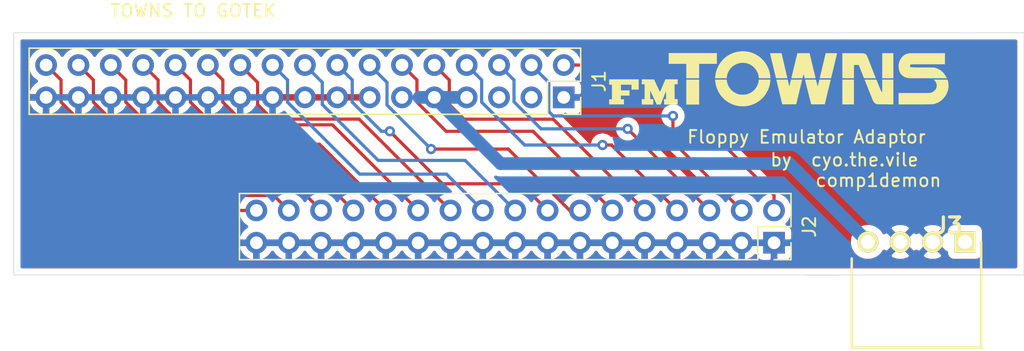
<source format=kicad_pcb>
(kicad_pcb (version 20171130) (host pcbnew "(5.1.6)-1")

  (general
    (thickness 1.6)
    (drawings 13)
    (tracks 105)
    (zones 0)
    (modules 4)
    (nets 22)
  )

  (page A4)
  (layers
    (0 F.Cu signal)
    (31 B.Cu signal)
    (32 B.Adhes user)
    (33 F.Adhes user)
    (34 B.Paste user)
    (35 F.Paste user)
    (36 B.SilkS user)
    (37 F.SilkS user)
    (38 B.Mask user)
    (39 F.Mask user)
    (40 Dwgs.User user)
    (41 Cmts.User user)
    (42 Eco1.User user)
    (43 Eco2.User user)
    (44 Edge.Cuts user)
    (45 Margin user)
    (46 B.CrtYd user)
    (47 F.CrtYd user)
    (48 B.Fab user)
    (49 F.Fab user)
  )

  (setup
    (last_trace_width 0.25)
    (trace_clearance 0.2)
    (zone_clearance 0.508)
    (zone_45_only no)
    (trace_min 0.2)
    (via_size 0.8)
    (via_drill 0.4)
    (via_min_size 0.4)
    (via_min_drill 0.3)
    (uvia_size 0.3)
    (uvia_drill 0.1)
    (uvias_allowed no)
    (uvia_min_size 0.2)
    (uvia_min_drill 0.1)
    (edge_width 0.05)
    (segment_width 0.2)
    (pcb_text_width 0.3)
    (pcb_text_size 1.5 1.5)
    (mod_edge_width 0.12)
    (mod_text_size 1 1)
    (mod_text_width 0.15)
    (pad_size 1.7 1.7)
    (pad_drill 1)
    (pad_to_mask_clearance 0.05)
    (aux_axis_origin 0 0)
    (visible_elements 7FFFFFFF)
    (pcbplotparams
      (layerselection 0x010fc_ffffffff)
      (usegerberextensions false)
      (usegerberattributes true)
      (usegerberadvancedattributes true)
      (creategerberjobfile true)
      (excludeedgelayer true)
      (linewidth 0.100000)
      (plotframeref false)
      (viasonmask false)
      (mode 1)
      (useauxorigin false)
      (hpglpennumber 1)
      (hpglpenspeed 20)
      (hpglpendiameter 15.000000)
      (psnegative false)
      (psa4output false)
      (plotreference true)
      (plotvalue true)
      (plotinvisibletext false)
      (padsonsilk false)
      (subtractmaskfromsilk false)
      (outputformat 1)
      (mirror false)
      (drillshape 0)
      (scaleselection 1)
      (outputdirectory ""))
  )

  (net 0 "")
  (net 1 "Net-(J1-Pad3)")
  (net 2 /GND)
  (net 3 /RDY)
  (net 4 /SIS)
  (net 5 /RD)
  (net 6 /WP)
  (net 7 /TOO)
  (net 8 /WC)
  (net 9 /WO)
  (net 10 /STP)
  (net 11 /DIR)
  (net 12 /MON)
  (net 13 /DS2)
  (net 14 /DS1)
  (net 15 /DS0)
  (net 16 /IDX)
  (net 17 /DS3)
  (net 18 /IV)
  (net 19 /DC)
  (net 20 /5V)
  (net 21 "Net-(J3-Pad1)")

  (net_class Default "This is the default net class."
    (clearance 0.2)
    (trace_width 0.25)
    (via_dia 0.8)
    (via_drill 0.4)
    (uvia_dia 0.3)
    (uvia_drill 0.1)
    (add_net /5V)
    (add_net /DC)
    (add_net /DIR)
    (add_net /DS0)
    (add_net /DS1)
    (add_net /DS2)
    (add_net /DS3)
    (add_net /GND)
    (add_net /IDX)
    (add_net /IV)
    (add_net /MON)
    (add_net /RD)
    (add_net /RDY)
    (add_net /SIS)
    (add_net /STP)
    (add_net /TOO)
    (add_net /WC)
    (add_net /WO)
    (add_net /WP)
    (add_net "Net-(J1-Pad3)")
    (add_net "Net-(J3-Pad1)")
  )

  (module "gotek to towns v2:FMT LOGO" (layer F.Cu) (tedit 0) (tstamp 5FD5D04F)
    (at 127.381 72.1995)
    (fp_text reference G*** (at 0 0) (layer F.SilkS) hide
      (effects (font (size 1.524 1.524) (thickness 0.3)))
    )
    (fp_text value LOGO (at 0.75 0) (layer F.SilkS) hide
      (effects (font (size 1.524 1.524) (thickness 0.3)))
    )
    (fp_poly (pts (xy -4.092704 0.141432) (xy -4.062793 0.305518) (xy -4.012085 0.461937) (xy -3.942058 0.6091)
      (xy -3.85419 0.745421) (xy -3.74996 0.869314) (xy -3.630846 0.979191) (xy -3.498327 1.073467)
      (xy -3.35388 1.150555) (xy -3.198984 1.208868) (xy -3.0682 1.240998) (xy -2.991978 1.251226)
      (xy -2.901453 1.25676) (xy -2.80493 1.25761) (xy -2.710714 1.253786) (xy -2.627109 1.245296)
      (xy -2.597853 1.240473) (xy -2.44072 1.199428) (xy -2.291389 1.138346) (xy -2.151585 1.058993)
      (xy -2.023036 0.963137) (xy -1.907467 0.852544) (xy -1.806605 0.72898) (xy -1.722176 0.594212)
      (xy -1.655907 0.450007) (xy -1.609523 0.29813) (xy -1.593182 0.212421) (xy -1.586019 0.165582)
      (xy -1.579587 0.124885) (xy -1.575103 0.097998) (xy -1.574603 0.09525) (xy -1.569742 0.069273)
      (xy -0.670505 0.069273) (xy -0.676897 0.147205) (xy -0.686756 0.239909) (xy -0.701244 0.340542)
      (xy -0.718749 0.43921) (xy -0.737662 0.526016) (xy -0.740225 0.536246) (xy -0.805508 0.74633)
      (xy -0.89105 0.946869) (xy -0.99564 1.136597) (xy -1.118068 1.314249) (xy -1.257123 1.478559)
      (xy -1.411594 1.628261) (xy -1.580271 1.762091) (xy -1.761943 1.878782) (xy -1.9554 1.97707)
      (xy -2.159431 2.055688) (xy -2.208533 2.071098) (xy -2.397042 2.118811) (xy -2.587361 2.148564)
      (xy -2.78449 2.160924) (xy -2.972954 2.157588) (xy -3.180214 2.135557) (xy -3.386859 2.091619)
      (xy -3.590122 2.026855) (xy -3.787237 1.942349) (xy -3.975438 1.839184) (xy -4.151959 1.718443)
      (xy -4.208318 1.673993) (xy -4.275461 1.615129) (xy -4.349329 1.543696) (xy -4.424597 1.465367)
      (xy -4.495942 1.385816) (xy -4.558039 1.310718) (xy -4.593103 1.263909) (xy -4.715514 1.071543)
      (xy -4.816569 0.871058) (xy -4.895976 0.663256) (xy -4.95344 0.448934) (xy -4.988669 0.228893)
      (xy -4.994194 0.170296) (xy -5.002357 0.069273) (xy -4.100903 0.069273) (xy -4.092704 0.141432)) (layer F.SilkS) (width 0.01))
    (fp_poly (pts (xy -9.799785 0.051955) (xy -9.576554 0.536864) (xy -9.53081 0.636103) (xy -9.487819 0.729126)
      (xy -9.448581 0.813785) (xy -9.414097 0.887929) (xy -9.38537 0.94941) (xy -9.363401 0.996078)
      (xy -9.34919 1.025786) (xy -9.343912 1.03617) (xy -9.337212 1.029345) (xy -9.322263 1.001891)
      (xy -9.299427 0.954604) (xy -9.269067 0.88828) (xy -9.231546 0.803717) (xy -9.187225 0.701709)
      (xy -9.136469 0.583053) (xy -9.121754 0.548375) (xy -8.909009 0.046182) (xy -7.954818 0.046182)
      (xy -7.954818 0.427182) (xy -8.197484 0.427182) (xy -8.1915 1.599046) (xy -7.954818 1.605626)
      (xy -7.954818 2.020688) (xy -8.483022 2.017685) (xy -9.011227 2.014682) (xy -9.01438 1.80975)
      (xy -9.017532 1.604818) (xy -8.855363 1.604818) (xy -8.856145 1.278659) (xy -8.856754 1.17484)
      (xy -8.858025 1.092114) (xy -8.85994 1.030916) (xy -8.862482 0.991678) (xy -8.865636 0.974834)
      (xy -8.867784 0.975591) (xy -8.874123 0.990755) (xy -8.888043 1.025182) (xy -8.908663 1.076653)
      (xy -8.935096 1.142948) (xy -8.966461 1.221847) (xy -9.001873 1.31113) (xy -9.040448 1.408578)
      (xy -9.079215 1.506682) (xy -9.279789 2.014682) (xy -9.434145 2.017764) (xy -9.5885 2.020847)
      (xy -9.842048 1.471418) (xy -9.890811 1.366019) (xy -9.936839 1.267043) (xy -9.979202 1.17646)
      (xy -10.016967 1.096238) (xy -10.049201 1.028346) (xy -10.074974 0.974753) (xy -10.093352 0.937428)
      (xy -10.103404 0.918338) (xy -10.10488 0.916252) (xy -10.10711 0.925846) (xy -10.108947 0.95576)
      (xy -10.11034 1.003227) (xy -10.111238 1.06548) (xy -10.11159 1.139751) (xy -10.111346 1.223272)
      (xy -10.111105 1.25478) (xy -10.108045 1.599046) (xy -9.871363 1.605626) (xy -9.871363 2.020455)
      (xy -10.760363 2.020455) (xy -10.760363 1.604818) (xy -10.541 1.604818) (xy -10.541 0.427182)
      (xy -10.760363 0.427182) (xy -10.760363 0.045929) (xy -9.799785 0.051955)) (layer F.SilkS) (width 0.01))
    (fp_poly (pts (xy -6.269181 2.020455) (xy -7.262091 2.020455) (xy -7.262091 0.069273) (xy -6.269181 0.069273)
      (xy -6.269181 2.020455)) (layer F.SilkS) (width 0.01))
    (fp_poly (pts (xy -11.014363 0.842818) (xy -11.568545 0.842818) (xy -11.568545 0.461818) (xy -12.399818 0.461818)
      (xy -12.399818 0.912091) (xy -11.730181 0.912091) (xy -11.730181 1.316182) (xy -12.411363 1.316182)
      (xy -12.411363 1.616364) (xy -12.168909 1.616364) (xy -12.168909 2.008909) (xy -13.323454 2.008909)
      (xy -13.323454 1.616364) (xy -13.104091 1.616364) (xy -13.104091 0.461818) (xy -13.323454 0.461818)
      (xy -13.323454 0.046182) (xy -11.014363 0.046182) (xy -11.014363 0.842818)) (layer F.SilkS) (width 0.01))
    (fp_poly (pts (xy 0.749891 0.341333) (xy 0.767436 0.415936) (xy 0.783738 0.481497) (xy 0.798014 0.535167)
      (xy 0.809483 0.574097) (xy 0.817361 0.595437) (xy 0.820425 0.598219) (xy 0.82538 0.58301)
      (xy 0.834751 0.548723) (xy 0.847667 0.498758) (xy 0.863257 0.436515) (xy 0.880651 0.365394)
      (xy 0.890089 0.326159) (xy 0.951536 0.069273) (xy 1.821897 0.069273) (xy 1.805108 0.141432)
      (xy 1.799777 0.163923) (xy 1.789471 0.206991) (xy 1.774641 0.268767) (xy 1.755737 0.347382)
      (xy 1.733208 0.440969) (xy 1.707505 0.54766) (xy 1.679078 0.665585) (xy 1.648376 0.792876)
      (xy 1.61585 0.927666) (xy 1.581949 1.068085) (xy 1.572222 1.108364) (xy 1.356125 2.003136)
      (xy 0.810835 2.006136) (xy 0.7011 2.00664) (xy 0.598745 2.006917) (xy 0.506019 2.006974)
      (xy 0.425172 2.006821) (xy 0.358452 2.006464) (xy 0.308109 2.005911) (xy 0.276391 2.005169)
      (xy 0.265546 2.004263) (xy 0.262931 1.992786) (xy 0.255386 1.960727) (xy 0.243357 1.90996)
      (xy 0.227293 1.842358) (xy 0.207641 1.759794) (xy 0.184848 1.664142) (xy 0.159361 1.557275)
      (xy 0.13163 1.441068) (xy 0.1021 1.317394) (xy 0.071221 1.188126) (xy 0.039438 1.055138)
      (xy 0.0072 0.920303) (xy -0.025046 0.785495) (xy -0.056852 0.652588) (xy -0.087771 0.523456)
      (xy -0.117354 0.399971) (xy -0.145156 0.284007) (xy -0.170727 0.177438) (xy -0.190469 0.09525)
      (xy -0.196712 0.069273) (xy 0.687575 0.069273) (xy 0.749891 0.341333)) (layer F.SilkS) (width 0.01))
    (fp_poly (pts (xy 2.592263 0.069335) (xy 2.682145 0.06959) (xy 2.753344 0.070142) (xy 2.808067 0.071093)
      (xy 2.848516 0.072547) (xy 2.876897 0.074607) (xy 2.895414 0.077375) (xy 2.906271 0.080955)
      (xy 2.911673 0.08545) (xy 2.91347 0.089477) (xy 2.917725 0.106229) (xy 2.926544 0.141901)
      (xy 2.939063 0.192973) (xy 2.95442 0.25592) (xy 2.971753 0.32722) (xy 2.97998 0.361143)
      (xy 2.997769 0.432563) (xy 3.014201 0.494806) (xy 3.028422 0.544931) (xy 3.039577 0.580001)
      (xy 3.046812 0.597076) (xy 3.048766 0.597825) (xy 3.053609 0.582733) (xy 3.062871 0.548556)
      (xy 3.075689 0.498687) (xy 3.091196 0.43652) (xy 3.10853 0.365448) (xy 3.117964 0.326159)
      (xy 3.179317 0.069273) (xy 4.06444 0.069273) (xy 4.05638 0.101023) (xy 4.052472 0.116914)
      (xy 4.043545 0.153527) (xy 4.030016 0.209139) (xy 4.012302 0.28203) (xy 3.990823 0.37048)
      (xy 3.965995 0.472767) (xy 3.938235 0.58717) (xy 3.907963 0.71197) (xy 3.875595 0.845444)
      (xy 3.84155 0.985872) (xy 3.821654 1.067955) (xy 3.594988 2.003136) (xy 3.067177 2.006139)
      (xy 2.937859 2.00675) (xy 2.82996 2.00696) (xy 2.741809 2.006731) (xy 2.671738 2.006028)
      (xy 2.618076 2.004815) (xy 2.579155 2.003055) (xy 2.553303 2.000713) (xy 2.538853 1.997752)
      (xy 2.534237 1.994594) (xy 2.530666 1.981277) (xy 2.522055 1.947681) (xy 2.508902 1.895794)
      (xy 2.491702 1.827604) (xy 2.470951 1.745097) (xy 2.447145 1.650262) (xy 2.420781 1.545086)
      (xy 2.392355 1.431557) (xy 2.362363 1.311662) (xy 2.331301 1.187389) (xy 2.299665 1.060725)
      (xy 2.267952 0.933659) (xy 2.236657 0.808177) (xy 2.206277 0.686267) (xy 2.177308 0.569917)
      (xy 2.150246 0.461114) (xy 2.125587 0.361847) (xy 2.103828 0.274102) (xy 2.085464 0.199867)
      (xy 2.070992 0.14113) (xy 2.060907 0.099878) (xy 2.055707 0.078099) (xy 2.055091 0.075153)
      (xy 2.066213 0.07382) (xy 2.097882 0.072593) (xy 2.147554 0.071507) (xy 2.212688 0.070597)
      (xy 2.290738 0.069898) (xy 2.379162 0.069445) (xy 2.475416 0.069273) (xy 2.481495 0.069273)
      (xy 2.592263 0.069335)) (layer F.SilkS) (width 0.01))
    (fp_poly (pts (xy 5.888182 2.008909) (xy 4.987637 2.008909) (xy 4.987637 0.069273) (xy 5.888182 0.069273)
      (xy 5.888182 2.008909)) (layer F.SilkS) (width 0.01))
    (fp_poly (pts (xy 7.829196 0.510046) (xy 7.878988 0.632948) (xy 7.921406 0.735907) (xy 7.957272 0.820569)
      (xy 7.987409 0.88858) (xy 8.012637 0.941583) (xy 8.033778 0.981226) (xy 8.051655 1.009152)
      (xy 8.067089 1.027008) (xy 8.080902 1.036438) (xy 8.093436 1.039091) (xy 8.099057 1.038546)
      (xy 8.10368 1.035541) (xy 8.107402 1.028018) (xy 8.11032 1.013923) (xy 8.112533 0.991199)
      (xy 8.114137 0.957789) (xy 8.115231 0.911638) (xy 8.115912 0.85069) (xy 8.116278 0.772888)
      (xy 8.116427 0.676176) (xy 8.116455 0.558497) (xy 8.116455 0.069273) (xy 8.982364 0.069273)
      (xy 8.982364 2.008909) (xy 8.379114 2.007337) (xy 8.262379 2.006943) (xy 8.15199 2.0064)
      (xy 8.050225 2.005729) (xy 7.959361 2.004953) (xy 7.881674 2.004097) (xy 7.819441 2.003183)
      (xy 7.77494 2.002233) (xy 7.750447 2.001272) (xy 7.747 2.000933) (xy 7.683464 1.985167)
      (xy 7.617965 1.960503) (xy 7.562062 1.931413) (xy 7.5545 1.926455) (xy 7.499265 1.880817)
      (xy 7.451302 1.822813) (xy 7.406823 1.747661) (xy 7.396397 1.72685) (xy 7.386653 1.704926)
      (xy 7.369125 1.66338) (xy 7.344554 1.604051) (xy 7.313681 1.528777) (xy 7.277247 1.439396)
      (xy 7.235991 1.337746) (xy 7.190656 1.225666) (xy 7.141982 1.104993) (xy 7.090709 0.977566)
      (xy 7.037579 0.845224) (xy 6.983331 0.709804) (xy 6.928708 0.573144) (xy 6.874449 0.437083)
      (xy 6.821296 0.303459) (xy 6.769989 0.17411) (xy 6.734231 0.083705) (xy 6.737209 0.079963)
      (xy 6.750533 0.076885) (xy 6.775933 0.074416) (xy 6.815143 0.072502) (xy 6.869894 0.071087)
      (xy 6.941918 0.070116) (xy 7.032947 0.069536) (xy 7.144714 0.06929) (xy 7.190075 0.069273)
      (xy 7.651619 0.069273) (xy 7.829196 0.510046)) (layer F.SilkS) (width 0.01))
    (fp_poly (pts (xy 12.694916 0.072044) (xy 13.234544 0.075046) (xy 13.250469 0.12105) (xy 13.279508 0.225476)
      (xy 13.300289 0.343335) (xy 13.312339 0.467569) (xy 13.315187 0.591125) (xy 13.308362 0.706946)
      (xy 13.295286 0.790864) (xy 13.246086 0.971495) (xy 13.178096 1.142486) (xy 13.092609 1.302344)
      (xy 12.990918 1.449574) (xy 12.874316 1.582683) (xy 12.744097 1.700176) (xy 12.601553 1.80056)
      (xy 12.447978 1.88234) (xy 12.301682 1.938712) (xy 12.268856 1.949198) (xy 12.238649 1.958584)
      (xy 12.209663 1.966932) (xy 12.180497 1.974302) (xy 12.149754 1.980755) (xy 12.116034 1.986351)
      (xy 12.077938 1.991153) (xy 12.034067 1.99522) (xy 11.983022 1.998613) (xy 11.923405 2.001395)
      (xy 11.853815 2.003624) (xy 11.772855 2.005363) (xy 11.679125 2.006672) (xy 11.571226 2.007612)
      (xy 11.447759 2.008244) (xy 11.307326 2.008629) (xy 11.148526 2.008828) (xy 10.969962 2.008901)
      (xy 10.770234 2.00891) (xy 10.689057 2.008909) (xy 9.398 2.008909) (xy 9.398 1.119909)
      (xy 10.625166 1.119909) (xy 10.825109 1.119924) (xy 11.003352 1.119921) (xy 11.161285 1.119832)
      (xy 11.300301 1.119588) (xy 11.421788 1.11912) (xy 11.527138 1.118359) (xy 11.617743 1.117236)
      (xy 11.694991 1.115682) (xy 11.760275 1.113627) (xy 11.814985 1.111003) (xy 11.860512 1.107741)
      (xy 11.898247 1.103772) (xy 11.92958 1.099026) (xy 11.955902 1.093435) (xy 11.978604 1.08693)
      (xy 11.999077 1.079442) (xy 12.018711 1.070901) (xy 12.038898 1.061239) (xy 12.061027 1.050386)
      (xy 12.065 1.048458) (xy 12.123127 1.013351) (xy 12.184937 0.964431) (xy 12.244426 0.907492)
      (xy 12.295587 0.848328) (xy 12.332415 0.792733) (xy 12.334786 0.788171) (xy 12.376696 0.681688)
      (xy 12.396039 0.574069) (xy 12.39314 0.467207) (xy 12.368323 0.362997) (xy 12.321913 0.263332)
      (xy 12.254235 0.170107) (xy 12.223208 0.136964) (xy 12.155287 0.069043) (xy 12.694916 0.072044)) (layer F.SilkS) (width 0.01))
    (fp_poly (pts (xy -4.872181 -1.177636) (xy -6.269181 -1.177636) (xy -6.269181 -0.046182) (xy -7.262091 -0.046182)
      (xy -7.262091 -1.177636) (xy -8.647545 -1.177636) (xy -8.647545 -2.020454) (xy -4.872181 -2.020454)
      (xy -4.872181 -1.177636)) (layer F.SilkS) (width 0.01))
    (fp_poly (pts (xy -2.695863 -2.157439) (xy -2.48177 -2.134755) (xy -2.272644 -2.090235) (xy -2.069954 -2.024872)
      (xy -1.875172 -1.939655) (xy -1.689769 -1.835574) (xy -1.515216 -1.713621) (xy -1.352984 -1.574784)
      (xy -1.204543 -1.420055) (xy -1.071365 -1.250425) (xy -0.95492 -1.066882) (xy -0.889077 -0.940954)
      (xy -0.814201 -0.768262) (xy -0.755979 -0.594233) (xy -0.712972 -0.413435) (xy -0.683735 -0.220432)
      (xy -0.67532 -0.135659) (xy -0.667666 -0.046182) (xy -1.569135 -0.046182) (xy -1.574856 -0.083704)
      (xy -1.579614 -0.118175) (xy -1.585 -0.161742) (xy -1.587146 -0.180511) (xy -1.604141 -0.276882)
      (xy -1.63363 -0.381959) (xy -1.67299 -0.486996) (xy -1.69137 -0.528015) (xy -1.774402 -0.678134)
      (xy -1.874283 -0.813962) (xy -1.989424 -0.934249) (xy -2.118238 -1.037748) (xy -2.259137 -1.123211)
      (xy -2.410532 -1.18939) (xy -2.570837 -1.235036) (xy -2.597853 -1.240473) (xy -2.674714 -1.250872)
      (xy -2.765588 -1.256608) (xy -2.86217 -1.257674) (xy -2.956156 -1.254059) (xy -3.039241 -1.245755)
      (xy -3.0682 -1.240998) (xy -3.231625 -1.198654) (xy -3.385298 -1.136316) (xy -3.527817 -1.055508)
      (xy -3.657784 -0.957757) (xy -3.773796 -0.844589) (xy -3.874454 -0.717528) (xy -3.958357 -0.578101)
      (xy -4.024105 -0.427834) (xy -4.070298 -0.268252) (xy -4.093377 -0.124114) (xy -4.101326 -0.046182)
      (xy -5.00259 -0.046182) (xy -4.994901 -0.155569) (xy -4.968306 -0.372258) (xy -4.919977 -0.583523)
      (xy -4.850933 -0.787878) (xy -4.76219 -0.983834) (xy -4.654769 -1.169904) (xy -4.529687 -1.344599)
      (xy -4.387964 -1.506431) (xy -4.230617 -1.653913) (xy -4.058665 -1.785557) (xy -3.873127 -1.899875)
      (xy -3.762021 -1.956552) (xy -3.559883 -2.039549) (xy -3.349442 -2.101147) (xy -3.131381 -2.141217)
      (xy -2.906386 -2.15963) (xy -2.695863 -2.157439)) (layer F.SilkS) (width 0.01))
    (fp_poly (pts (xy -0.144235 -2.008775) (xy -0.052272 -2.008393) (xy 0.029617 -2.007792) (xy 0.098961 -2.007002)
      (xy 0.153287 -2.006053) (xy 0.190126 -2.004975) (xy 0.207004 -2.003798) (xy 0.207819 -2.003471)
      (xy 0.210348 -1.991881) (xy 0.217629 -1.959787) (xy 0.229203 -1.909176) (xy 0.24461 -1.842038)
      (xy 0.26339 -1.760362) (xy 0.285083 -1.666139) (xy 0.30923 -1.561356) (xy 0.335371 -1.448004)
      (xy 0.363047 -1.328072) (xy 0.391797 -1.20355) (xy 0.421162 -1.076426) (xy 0.450683 -0.94869)
      (xy 0.479899 -0.822332) (xy 0.508352 -0.69934) (xy 0.53558 -0.581705) (xy 0.561125 -0.471415)
      (xy 0.584528 -0.37046) (xy 0.605327 -0.280829) (xy 0.623064 -0.204512) (xy 0.637279 -0.143498)
      (xy 0.647512 -0.099777) (xy 0.653304 -0.075337) (xy 0.654083 -0.072159) (xy 0.660594 -0.046182)
      (xy -0.225136 -0.046184) (xy -0.455314 -1.007342) (xy -0.490118 -1.152665) (xy -0.523437 -1.291778)
      (xy -0.554871 -1.423011) (xy -0.58402 -1.544692) (xy -0.610484 -1.655152) (xy -0.633863 -1.752719)
      (xy -0.653755 -1.835724) (xy -0.669762 -1.902496) (xy -0.681482 -1.951363) (xy -0.688515 -1.980656)
      (xy -0.690456 -1.988704) (xy -0.690564 -1.993809) (xy -0.68674 -1.997976) (xy -0.676892 -2.0013)
      (xy -0.658928 -2.003875) (xy -0.630758 -2.005797) (xy -0.59029 -2.007159) (xy -0.535432 -2.008057)
      (xy -0.464093 -2.008584) (xy -0.374182 -2.008837) (xy -0.263607 -2.008908) (xy -0.243801 -2.008909)
      (xy -0.144235 -2.008775)) (layer F.SilkS) (width 0.01))
    (fp_poly (pts (xy 2.412405 -1.964937) (xy 2.418387 -1.94163) (xy 2.429035 -1.898943) (xy 2.443864 -1.838876)
      (xy 2.462388 -1.763431) (xy 2.484124 -1.67461) (xy 2.508585 -1.574414) (xy 2.535286 -1.464843)
      (xy 2.563743 -1.3479) (xy 2.593471 -1.225585) (xy 2.623983 -1.0999) (xy 2.654795 -0.972846)
      (xy 2.685423 -0.846425) (xy 2.71538 -0.722638) (xy 2.744181 -0.603486) (xy 2.771342 -0.49097)
      (xy 2.796378 -0.387092) (xy 2.818803 -0.293853) (xy 2.838132 -0.213254) (xy 2.85388 -0.147297)
      (xy 2.865562 -0.097983) (xy 2.872693 -0.067313) (xy 2.874819 -0.057315) (xy 2.863478 -0.054289)
      (xy 2.830272 -0.051693) (xy 2.776421 -0.049559) (xy 2.703146 -0.047917) (xy 2.61167 -0.046802)
      (xy 2.503212 -0.046243) (xy 2.448978 -0.046182) (xy 2.023138 -0.046182) (xy 1.985556 -0.199159)
      (xy 1.971125 -0.256602) (xy 1.957946 -0.306698) (xy 1.947289 -0.344778) (xy 1.940426 -0.366177)
      (xy 1.939491 -0.368299) (xy 1.933859 -0.363982) (xy 1.924396 -0.339612) (xy 1.911919 -0.297757)
      (xy 1.897243 -0.240982) (xy 1.891772 -0.218208) (xy 1.852536 -0.051954) (xy 1.41695 -0.048929)
      (xy 1.31923 -0.048354) (xy 1.229158 -0.048022) (xy 1.149249 -0.047928) (xy 1.08202 -0.048066)
      (xy 1.029988 -0.048431) (xy 0.995669 -0.049015) (xy 0.981579 -0.049815) (xy 0.981364 -0.049941)
      (xy 0.984002 -0.061607) (xy 0.991596 -0.093723) (xy 1.003664 -0.144298) (xy 1.019726 -0.211339)
      (xy 1.0393 -0.292854) (xy 1.061906 -0.386852) (xy 1.087063 -0.491341) (xy 1.114288 -0.604329)
      (xy 1.143103 -0.723825) (xy 1.173024 -0.847836) (xy 1.203572 -0.97437) (xy 1.234265 -1.101436)
      (xy 1.264623 -1.227043) (xy 1.294164 -1.349197) (xy 1.322407 -1.465908) (xy 1.348871 -1.575184)
      (xy 1.373075 -1.675032) (xy 1.394539 -1.763462) (xy 1.41278 -1.83848) (xy 1.427319 -1.898096)
      (xy 1.437674 -1.940318) (xy 1.443364 -1.963153) (xy 1.444005 -1.965614) (xy 1.455618 -2.008909)
      (xy 2.400565 -2.008909) (xy 2.412405 -1.964937)) (layer F.SilkS) (width 0.01))
    (fp_poly (pts (xy 4.216898 -2.008691) (xy 4.307803 -2.008069) (xy 4.388606 -2.007093) (xy 4.456802 -2.005812)
      (xy 4.509889 -2.004273) (xy 4.545363 -2.002527) (xy 4.560721 -2.000622) (xy 4.561158 -2.00025)
      (xy 4.558617 -1.987978) (xy 4.55104 -1.954894) (xy 4.538814 -1.902633) (xy 4.52233 -1.832826)
      (xy 4.501977 -1.747108) (xy 4.478143 -1.64711) (xy 4.451218 -1.534467) (xy 4.421591 -1.410811)
      (xy 4.389651 -1.277776) (xy 4.355786 -1.136994) (xy 4.327363 -1.019022) (xy 4.092864 -0.046454)
      (xy 3.649904 -0.046318) (xy 3.537024 -0.046336) (xy 3.445124 -0.04653) (xy 3.372094 -0.046997)
      (xy 3.315823 -0.047834) (xy 3.274201 -0.049137) (xy 3.245116 -0.051004) (xy 3.226459 -0.05353)
      (xy 3.216119 -0.056813) (xy 3.211985 -0.06095) (xy 3.211946 -0.066037) (xy 3.212031 -0.066386)
      (xy 3.215429 -0.080446) (xy 3.223791 -0.115294) (xy 3.236718 -0.16926) (xy 3.25381 -0.240672)
      (xy 3.274668 -0.32786) (xy 3.298891 -0.429152) (xy 3.32608 -0.542878) (xy 3.355836 -0.667368)
      (xy 3.387759 -0.800949) (xy 3.42145 -0.941951) (xy 3.446725 -1.04775) (xy 3.676332 -2.008909)
      (xy 4.118393 -2.008909) (xy 4.216898 -2.008691)) (layer F.SilkS) (width 0.01))
    (fp_poly (pts (xy 5.821796 -2.006385) (xy 5.980522 -2.005758) (xy 6.117845 -2.005165) (xy 6.235455 -2.004552)
      (xy 6.335038 -2.003863) (xy 6.418282 -2.003045) (xy 6.486878 -2.002043) (xy 6.542511 -2.000802)
      (xy 6.586871 -1.999268) (xy 6.621645 -1.997386) (xy 6.648523 -1.995102) (xy 6.669191 -1.992361)
      (xy 6.685339 -1.989109) (xy 6.698654 -1.985291) (xy 6.710824 -1.980853) (xy 6.719455 -1.977393)
      (xy 6.799763 -1.93465) (xy 6.863438 -1.879) (xy 6.897596 -1.831991) (xy 6.909124 -1.808518)
      (xy 6.927407 -1.766798) (xy 6.951061 -1.710197) (xy 6.978703 -1.642078) (xy 7.00895 -1.565804)
      (xy 7.040419 -1.484739) (xy 7.04086 -1.483591) (xy 7.063842 -1.424019) (xy 7.092307 -1.350719)
      (xy 7.125409 -1.265828) (xy 7.162305 -1.171486) (xy 7.202151 -1.069833) (xy 7.244102 -0.963007)
      (xy 7.287314 -0.853148) (xy 7.330943 -0.742394) (xy 7.374144 -0.632886) (xy 7.416074 -0.526762)
      (xy 7.455888 -0.426162) (xy 7.492742 -0.333224) (xy 7.525792 -0.250088) (xy 7.554193 -0.178894)
      (xy 7.577102 -0.121779) (xy 7.593674 -0.080884) (xy 7.603065 -0.058348) (xy 7.604756 -0.054709)
      (xy 7.59478 -0.052871) (xy 7.564115 -0.05131) (xy 7.515163 -0.050056) (xy 7.450324 -0.04914)
      (xy 7.372 -0.04859) (xy 7.282592 -0.048439) (xy 7.1845 -0.048715) (xy 7.14577 -0.048937)
      (xy 6.68156 -0.051954) (xy 6.476742 -0.5715) (xy 6.271924 -1.091045) (xy 5.893955 -1.091045)
      (xy 5.890951 -0.568614) (xy 5.887947 -0.046182) (xy 4.987637 -0.046182) (xy 4.987637 -2.009634)
      (xy 5.821796 -2.006385)) (layer F.SilkS) (width 0.01))
    (fp_poly (pts (xy 8.982364 -0.046182) (xy 8.116455 -0.046182) (xy 8.116455 -2.008909) (xy 8.982364 -2.008909)
      (xy 8.982364 -0.046182)) (layer F.SilkS) (width 0.01))
    (fp_poly (pts (xy 11.588227 -2.00891) (xy 11.648877 -2.008909) (xy 13.034819 -2.008909) (xy 13.034819 -1.143)
      (xy 11.704205 -1.142957) (xy 11.500716 -1.142942) (xy 11.319042 -1.142897) (xy 11.157906 -1.1428)
      (xy 11.016032 -1.142631) (xy 10.892143 -1.142369) (xy 10.784963 -1.141993) (xy 10.693215 -1.141481)
      (xy 10.615624 -1.140813) (xy 10.550913 -1.139967) (xy 10.497805 -1.138923) (xy 10.455024 -1.13766)
      (xy 10.421293 -1.136156) (xy 10.395337 -1.13439) (xy 10.375878 -1.132341) (xy 10.361641 -1.129989)
      (xy 10.351349 -1.127313) (xy 10.343726 -1.12429) (xy 10.337495 -1.120901) (xy 10.336697 -1.120418)
      (xy 10.30396 -1.089612) (xy 10.283637 -1.04878) (xy 10.278261 -1.005606) (xy 10.287788 -0.971983)
      (xy 10.309043 -0.946242) (xy 10.339532 -0.921729) (xy 10.344846 -0.918442) (xy 10.352781 -0.914077)
      (xy 10.361778 -0.91027) (xy 10.373418 -0.906969) (xy 10.389287 -0.904126) (xy 10.410968 -0.901688)
      (xy 10.440045 -0.899607) (xy 10.478101 -0.89783) (xy 10.52672 -0.896309) (xy 10.587487 -0.894992)
      (xy 10.661983 -0.893829) (xy 10.751794 -0.892769) (xy 10.858504 -0.891763) (xy 10.983695 -0.890759)
      (xy 11.128951 -0.889708) (xy 11.279909 -0.888667) (xy 12.174682 -0.882562) (xy 12.285737 -0.852194)
      (xy 12.448968 -0.795794) (xy 12.602009 -0.718973) (xy 12.743927 -0.622465) (xy 12.873786 -0.507004)
      (xy 12.990652 -0.373322) (xy 13.09359 -0.222155) (xy 13.09846 -0.213972) (xy 13.124453 -0.168646)
      (xy 13.147699 -0.125711) (xy 13.164124 -0.092759) (xy 13.166948 -0.086351) (xy 13.183731 -0.046182)
      (xy 11.720934 -0.0473) (xy 11.4968 -0.047516) (xy 11.294636 -0.047812) (xy 11.113322 -0.048199)
      (xy 10.951737 -0.04869) (xy 10.808759 -0.049296) (xy 10.68327 -0.050031) (xy 10.574147 -0.050905)
      (xy 10.48027 -0.05193) (xy 10.400518 -0.053119) (xy 10.333772 -0.054484) (xy 10.278909 -0.056036)
      (xy 10.23481 -0.057787) (xy 10.200354 -0.05975) (xy 10.17442 -0.061937) (xy 10.158101 -0.064001)
      (xy 10.01373 -0.095014) (xy 9.885595 -0.141006) (xy 9.771531 -0.203006) (xy 9.669375 -0.282044)
      (xy 9.639204 -0.310746) (xy 9.568243 -0.391494) (xy 9.511505 -0.479396) (xy 9.467475 -0.577951)
      (xy 9.434637 -0.690658) (xy 9.411475 -0.821016) (xy 9.408679 -0.842818) (xy 9.400279 -0.993465)
      (xy 9.411423 -1.141138) (xy 9.440973 -1.283724) (xy 9.487792 -1.419112) (xy 9.550744 -1.545188)
      (xy 9.628692 -1.65984) (xy 9.7205 -1.760957) (xy 9.825031 -1.846424) (xy 9.941149 -1.914131)
      (xy 9.998364 -1.938816) (xy 10.024622 -1.949025) (xy 10.048578 -1.958191) (xy 10.071551 -1.966373)
      (xy 10.094857 -1.973625) (xy 10.119815 -1.980003) (xy 10.147741 -1.985564) (xy 10.179954 -1.990364)
      (xy 10.217771 -1.994457) (xy 10.262508 -1.997901) (xy 10.315485 -2.000752) (xy 10.378018 -2.003065)
      (xy 10.451424 -2.004895) (xy 10.537022 -2.0063) (xy 10.636128 -2.007335) (xy 10.75006 -2.008056)
      (xy 10.880136 -2.008519) (xy 11.027673 -2.00878) (xy 11.193989 -2.008895) (xy 11.380401 -2.00892)
      (xy 11.588227 -2.00891)) (layer F.SilkS) (width 0.01))
  )

  (module Connector_PinSocket_2.54mm:PinSocket_2x17_P2.54mm_Vertical (layer F.Cu) (tedit 5A19A431) (tstamp 5F7A2871)
    (at 127 85.09 270)
    (descr "Through hole straight socket strip, 2x17, 2.54mm pitch, double cols (from Kicad 4.0.7), script generated")
    (tags "Through hole socket strip THT 2x17 2.54mm double row")
    (path /5F7A94DA)
    (fp_text reference J2 (at -1.27 -2.77 90) (layer F.SilkS)
      (effects (font (size 1 1) (thickness 0.15)))
    )
    (fp_text value GOTEK (at -1.27 43.41 90) (layer F.Fab)
      (effects (font (size 1 1) (thickness 0.15)))
    )
    (fp_line (start -3.81 -1.27) (end 0.27 -1.27) (layer F.Fab) (width 0.1))
    (fp_line (start 0.27 -1.27) (end 1.27 -0.27) (layer F.Fab) (width 0.1))
    (fp_line (start 1.27 -0.27) (end 1.27 41.91) (layer F.Fab) (width 0.1))
    (fp_line (start 1.27 41.91) (end -3.81 41.91) (layer F.Fab) (width 0.1))
    (fp_line (start -3.81 41.91) (end -3.81 -1.27) (layer F.Fab) (width 0.1))
    (fp_line (start -3.87 -1.33) (end -1.27 -1.33) (layer F.SilkS) (width 0.12))
    (fp_line (start -3.87 -1.33) (end -3.87 41.97) (layer F.SilkS) (width 0.12))
    (fp_line (start -3.87 41.97) (end 1.33 41.97) (layer F.SilkS) (width 0.12))
    (fp_line (start 1.33 1.27) (end 1.33 41.97) (layer F.SilkS) (width 0.12))
    (fp_line (start -1.27 1.27) (end 1.33 1.27) (layer F.SilkS) (width 0.12))
    (fp_line (start -1.27 -1.33) (end -1.27 1.27) (layer F.SilkS) (width 0.12))
    (fp_line (start 1.33 -1.33) (end 1.33 0) (layer F.SilkS) (width 0.12))
    (fp_line (start 0 -1.33) (end 1.33 -1.33) (layer F.SilkS) (width 0.12))
    (fp_line (start -4.34 -1.8) (end 1.76 -1.8) (layer F.CrtYd) (width 0.05))
    (fp_line (start 1.76 -1.8) (end 1.76 42.4) (layer F.CrtYd) (width 0.05))
    (fp_line (start 1.76 42.4) (end -4.34 42.4) (layer F.CrtYd) (width 0.05))
    (fp_line (start -4.34 42.4) (end -4.34 -1.8) (layer F.CrtYd) (width 0.05))
    (fp_text user %R (at -1.27 20.32) (layer F.Fab)
      (effects (font (size 1 1) (thickness 0.15)))
    )
    (pad 34 thru_hole oval (at -2.54 40.64 270) (size 1.7 1.7) (drill 1) (layers *.Cu *.Mask)
      (net 3 /RDY))
    (pad 33 thru_hole oval (at 0 40.64 270) (size 1.7 1.7) (drill 1) (layers *.Cu *.Mask)
      (net 2 /GND))
    (pad 32 thru_hole oval (at -2.54 38.1 270) (size 1.7 1.7) (drill 1) (layers *.Cu *.Mask)
      (net 4 /SIS))
    (pad 31 thru_hole oval (at 0 38.1 270) (size 1.7 1.7) (drill 1) (layers *.Cu *.Mask)
      (net 2 /GND))
    (pad 30 thru_hole oval (at -2.54 35.56 270) (size 1.7 1.7) (drill 1) (layers *.Cu *.Mask)
      (net 5 /RD))
    (pad 29 thru_hole oval (at 0 35.56 270) (size 1.7 1.7) (drill 1) (layers *.Cu *.Mask)
      (net 2 /GND))
    (pad 28 thru_hole oval (at -2.54 33.02 270) (size 1.7 1.7) (drill 1) (layers *.Cu *.Mask)
      (net 6 /WP))
    (pad 27 thru_hole oval (at 0 33.02 270) (size 1.7 1.7) (drill 1) (layers *.Cu *.Mask)
      (net 2 /GND))
    (pad 26 thru_hole oval (at -2.54 30.48 270) (size 1.7 1.7) (drill 1) (layers *.Cu *.Mask)
      (net 7 /TOO))
    (pad 25 thru_hole oval (at 0 30.48 270) (size 1.7 1.7) (drill 1) (layers *.Cu *.Mask)
      (net 2 /GND))
    (pad 24 thru_hole oval (at -2.54 27.94 270) (size 1.7 1.7) (drill 1) (layers *.Cu *.Mask)
      (net 8 /WC))
    (pad 23 thru_hole oval (at 0 27.94 270) (size 1.7 1.7) (drill 1) (layers *.Cu *.Mask)
      (net 2 /GND))
    (pad 22 thru_hole oval (at -2.54 25.4 270) (size 1.7 1.7) (drill 1) (layers *.Cu *.Mask)
      (net 9 /WO))
    (pad 21 thru_hole oval (at 0 25.4 270) (size 1.7 1.7) (drill 1) (layers *.Cu *.Mask)
      (net 2 /GND))
    (pad 20 thru_hole oval (at -2.54 22.86 270) (size 1.7 1.7) (drill 1) (layers *.Cu *.Mask)
      (net 10 /STP))
    (pad 19 thru_hole oval (at 0 22.86 270) (size 1.7 1.7) (drill 1) (layers *.Cu *.Mask)
      (net 2 /GND))
    (pad 18 thru_hole oval (at -2.54 20.32 270) (size 1.7 1.7) (drill 1) (layers *.Cu *.Mask)
      (net 11 /DIR))
    (pad 17 thru_hole oval (at 0 20.32 270) (size 1.7 1.7) (drill 1) (layers *.Cu *.Mask)
      (net 2 /GND))
    (pad 16 thru_hole oval (at -2.54 17.78 270) (size 1.7 1.7) (drill 1) (layers *.Cu *.Mask)
      (net 12 /MON))
    (pad 15 thru_hole oval (at 0 17.78 270) (size 1.7 1.7) (drill 1) (layers *.Cu *.Mask)
      (net 2 /GND))
    (pad 14 thru_hole oval (at -2.54 15.24 270) (size 1.7 1.7) (drill 1) (layers *.Cu *.Mask)
      (net 13 /DS2))
    (pad 13 thru_hole oval (at 0 15.24 270) (size 1.7 1.7) (drill 1) (layers *.Cu *.Mask)
      (net 2 /GND))
    (pad 12 thru_hole oval (at -2.54 12.7 270) (size 1.7 1.7) (drill 1) (layers *.Cu *.Mask)
      (net 14 /DS1))
    (pad 11 thru_hole oval (at 0 12.7 270) (size 1.7 1.7) (drill 1) (layers *.Cu *.Mask)
      (net 2 /GND))
    (pad 10 thru_hole oval (at -2.54 10.16 270) (size 1.7 1.7) (drill 1) (layers *.Cu *.Mask)
      (net 15 /DS0))
    (pad 9 thru_hole oval (at 0 10.16 270) (size 1.7 1.7) (drill 1) (layers *.Cu *.Mask)
      (net 2 /GND))
    (pad 8 thru_hole oval (at -2.54 7.62 270) (size 1.7 1.7) (drill 1) (layers *.Cu *.Mask)
      (net 16 /IDX))
    (pad 7 thru_hole oval (at 0 7.62 270) (size 1.7 1.7) (drill 1) (layers *.Cu *.Mask)
      (net 2 /GND))
    (pad 6 thru_hole oval (at -2.54 5.08 270) (size 1.7 1.7) (drill 1) (layers *.Cu *.Mask)
      (net 17 /DS3))
    (pad 5 thru_hole oval (at 0 5.08 270) (size 1.7 1.7) (drill 1) (layers *.Cu *.Mask)
      (net 2 /GND))
    (pad 4 thru_hole oval (at -2.54 2.54 270) (size 1.7 1.7) (drill 1) (layers *.Cu *.Mask)
      (net 18 /IV))
    (pad 3 thru_hole oval (at 0 2.54 270) (size 1.7 1.7) (drill 1) (layers *.Cu *.Mask)
      (net 2 /GND))
    (pad 2 thru_hole oval (at -2.54 0 270) (size 1.7 1.7) (drill 1) (layers *.Cu *.Mask)
      (net 19 /DC))
    (pad 1 thru_hole rect (at 0 0 270) (size 1.7 1.7) (drill 1) (layers *.Cu *.Mask)
      (net 2 /GND))
    (model ${KISYS3DMOD}/Connector_PinSocket_2.54mm.3dshapes/PinSocket_2x17_P2.54mm_Vertical.wrl
      (at (xyz 0 0 0))
      (scale (xyz 1 1 1))
      (rotate (xyz 0 0 0))
    )
  )

  (module Connector_PinSocket_2.54mm:PinSocket_2x17_P2.54mm_Vertical (layer F.Cu) (tedit 5F7A119D) (tstamp 5F7A2839)
    (at 110.49 73.66 270)
    (descr "Through hole straight socket strip, 2x17, 2.54mm pitch, double cols (from Kicad 4.0.7), script generated")
    (tags "Through hole socket strip THT 2x17 2.54mm double row")
    (path /5F7A3BA8)
    (fp_text reference J1 (at -1.27 -2.77 90) (layer F.SilkS)
      (effects (font (size 1 1) (thickness 0.15)))
    )
    (fp_text value Towns (at -1.27 43.41 90) (layer F.Fab)
      (effects (font (size 1 1) (thickness 0.15)))
    )
    (fp_line (start -3.81 -1.27) (end 0.27 -1.27) (layer F.Fab) (width 0.1))
    (fp_line (start 0.27 -1.27) (end 1.27 -0.27) (layer F.Fab) (width 0.1))
    (fp_line (start 1.27 -0.27) (end 1.27 41.91) (layer F.Fab) (width 0.1))
    (fp_line (start 1.27 41.91) (end -3.81 41.91) (layer F.Fab) (width 0.1))
    (fp_line (start -3.81 41.91) (end -3.81 -1.27) (layer F.Fab) (width 0.1))
    (fp_line (start -3.87 -1.33) (end -1.27 -1.33) (layer F.SilkS) (width 0.12))
    (fp_line (start -3.87 -1.33) (end -3.87 41.97) (layer F.SilkS) (width 0.12))
    (fp_line (start -3.87 41.97) (end 1.33 41.97) (layer F.SilkS) (width 0.12))
    (fp_line (start 1.33 1.27) (end 1.33 41.97) (layer F.SilkS) (width 0.12))
    (fp_line (start -1.27 1.27) (end 1.33 1.27) (layer F.SilkS) (width 0.12))
    (fp_line (start -1.27 -1.33) (end -1.27 1.27) (layer F.SilkS) (width 0.12))
    (fp_line (start 1.33 -1.33) (end 1.33 0) (layer F.SilkS) (width 0.12))
    (fp_line (start 0 -1.33) (end 1.33 -1.33) (layer F.SilkS) (width 0.12))
    (fp_line (start -4.34 -1.8) (end 1.76 -1.8) (layer F.CrtYd) (width 0.05))
    (fp_line (start 1.76 -1.8) (end 1.76 42.4) (layer F.CrtYd) (width 0.05))
    (fp_line (start 1.76 42.4) (end -4.34 42.4) (layer F.CrtYd) (width 0.05))
    (fp_line (start -4.34 42.4) (end -4.34 -1.8) (layer F.CrtYd) (width 0.05))
    (fp_text user %R (at -1.27 20.32) (layer F.Fab)
      (effects (font (size 1 1) (thickness 0.15)))
    )
    (pad 34 thru_hole oval (at -2.54 40.64 270) (size 1.7 1.7) (drill 1) (layers *.Cu *.Mask)
      (net 3 /RDY))
    (pad 33 thru_hole oval (at 0 40.64 270) (size 1.7 1.7) (drill 1) (layers *.Cu *.Mask)
      (net 2 /GND))
    (pad 32 thru_hole oval (at -2.54 38.1 270) (size 1.7 1.7) (drill 1) (layers *.Cu *.Mask)
      (net 4 /SIS))
    (pad 31 thru_hole oval (at 0 38.1 270) (size 1.7 1.7) (drill 1) (layers *.Cu *.Mask)
      (net 2 /GND))
    (pad 30 thru_hole oval (at -2.54 35.56 270) (size 1.7 1.7) (drill 1) (layers *.Cu *.Mask)
      (net 5 /RD))
    (pad 29 thru_hole oval (at 0 35.56 270) (size 1.7 1.7) (drill 1) (layers *.Cu *.Mask)
      (net 2 /GND))
    (pad 28 thru_hole oval (at -2.54 33.02 270) (size 1.7 1.7) (drill 1) (layers *.Cu *.Mask)
      (net 6 /WP))
    (pad 27 thru_hole oval (at 0 33.02 270) (size 1.7 1.7) (drill 1) (layers *.Cu *.Mask)
      (net 2 /GND))
    (pad 26 thru_hole oval (at -2.54 30.48 270) (size 1.7 1.7) (drill 1) (layers *.Cu *.Mask)
      (net 7 /TOO))
    (pad 25 thru_hole oval (at 0 30.48 270) (size 1.7 1.7) (drill 1) (layers *.Cu *.Mask)
      (net 2 /GND))
    (pad 24 thru_hole oval (at -2.54 27.94 270) (size 1.7 1.7) (drill 1) (layers *.Cu *.Mask)
      (net 8 /WC))
    (pad 23 thru_hole oval (at 0 27.94 270) (size 1.7 1.7) (drill 1) (layers *.Cu *.Mask)
      (net 2 /GND))
    (pad 22 thru_hole oval (at -2.54 25.4 270) (size 1.7 1.7) (drill 1) (layers *.Cu *.Mask)
      (net 9 /WO))
    (pad 21 thru_hole oval (at 0 25.4 270) (size 1.7 1.7) (drill 1) (layers *.Cu *.Mask)
      (net 2 /GND))
    (pad 20 thru_hole oval (at -2.54 22.86 270) (size 1.7 1.7) (drill 1) (layers *.Cu *.Mask)
      (net 10 /STP))
    (pad 19 thru_hole oval (at 0 22.86 270) (size 1.7 1.7) (drill 1) (layers *.Cu *.Mask)
      (net 2 /GND))
    (pad 18 thru_hole oval (at -2.54 20.32 270) (size 1.7 1.7) (drill 1) (layers *.Cu *.Mask)
      (net 11 /DIR))
    (pad 17 thru_hole oval (at 0 20.32 270) (size 1.7 1.7) (drill 1) (layers *.Cu *.Mask)
      (net 2 /GND))
    (pad 16 thru_hole oval (at -2.54 17.78 270) (size 1.7 1.7) (drill 1) (layers *.Cu *.Mask)
      (net 12 /MON))
    (pad 15 thru_hole oval (at 0 17.78 270) (size 1.7 1.7) (drill 1) (layers *.Cu *.Mask)
      (net 2 /GND))
    (pad 14 thru_hole oval (at -2.54 15.24 270) (size 1.7 1.7) (drill 1) (layers *.Cu *.Mask)
      (net 13 /DS2))
    (pad 13 thru_hole oval (at 0 15.24 270) (size 1.7 1.7) (drill 1) (layers *.Cu *.Mask)
      (net 2 /GND))
    (pad 12 thru_hole oval (at -2.54 12.7 270) (size 1.7 1.7) (drill 1) (layers *.Cu *.Mask)
      (net 14 /DS1))
    (pad 11 thru_hole oval (at 0 12.7 270) (size 1.7 1.7) (drill 1) (layers *.Cu *.Mask)
      (net 20 /5V))
    (pad 10 thru_hole oval (at -2.54 10.16 270) (size 1.7 1.7) (drill 1) (layers *.Cu *.Mask)
      (net 15 /DS0))
    (pad 9 thru_hole oval (at 0 10.16 270) (size 1.7 1.7) (drill 1) (layers *.Cu *.Mask)
      (net 20 /5V))
    (pad 8 thru_hole oval (at -2.54 7.62 270) (size 1.7 1.7) (drill 1) (layers *.Cu *.Mask)
      (net 16 /IDX))
    (pad 7 thru_hole oval (at 0 7.62 270) (size 1.7 1.7) (drill 1) (layers *.Cu *.Mask)
      (net 20 /5V))
    (pad 6 thru_hole oval (at -2.54 5.08 270) (size 1.7 1.7) (drill 1) (layers *.Cu *.Mask)
      (net 17 /DS3))
    (pad 5 thru_hole oval (at 0 5.08 270) (size 1.7 1.7) (drill 1) (layers *.Cu *.Mask)
      (net 2 /GND))
    (pad 4 thru_hole oval (at -2.54 2.54 270) (size 1.7 1.7) (drill 1) (layers *.Cu *.Mask)
      (net 18 /IV))
    (pad 3 thru_hole oval (at 0 2.54 270) (size 1.7 1.7) (drill 1) (layers *.Cu *.Mask)
      (net 1 "Net-(J1-Pad3)"))
    (pad 2 thru_hole oval (at -2.54 0 270) (size 1.7 1.7) (drill 1) (layers *.Cu *.Mask)
      (net 19 /DC))
    (pad 1 thru_hole rect (at 0 0 270) (size 1.7 1.7) (drill 1) (layers *.Cu *.Mask)
      (net 2 /GND))
    (model ${KISYS3DMOD}/Connector_PinSocket_2.54mm.3dshapes/PinSocket_2x17_P2.54mm_Vertical.wrl
      (at (xyz 0 0 0))
      (scale (xyz 1 1 1))
      (rotate (xyz 0 0 0))
    )
  )

  (module Downloaded_parts:SHDRRA4W62P0X254_1X4_1016X700X254P (layer F.Cu) (tedit 5FD567CE) (tstamp 5FD5D025)
    (at 141.986 85.0265 180)
    (descr 801-87-004-20-001101)
    (tags Connector)
    (path /5FD8BE25)
    (fp_text reference J3 (at 1.27 1.27) (layer F.SilkS)
      (effects (font (size 1.27 1.27) (thickness 0.254)))
    )
    (fp_text value 801-87-004-20-001101 (at 0 0) (layer F.SilkS) hide
      (effects (font (size 1.27 1.27) (thickness 0.254)))
    )
    (fp_line (start -1.52 1.325) (end 9.14 1.325) (layer Dwgs.User) (width 0.05))
    (fp_line (start 9.14 1.325) (end 9.14 -8.55) (layer Dwgs.User) (width 0.05))
    (fp_line (start 9.14 -8.55) (end -1.52 -8.55) (layer Dwgs.User) (width 0.05))
    (fp_line (start -1.52 -8.55) (end -1.52 1.325) (layer Dwgs.User) (width 0.05))
    (fp_line (start -1.27 -1.3) (end -1.27 -8.3) (layer Dwgs.User) (width 0.1))
    (fp_line (start -1.27 -8.3) (end 8.89 -8.3) (layer Dwgs.User) (width 0.1))
    (fp_line (start 8.89 -8.3) (end 8.89 -1.3) (layer Dwgs.User) (width 0.1))
    (fp_line (start 8.89 -1.3) (end -1.27 -1.3) (layer Dwgs.User) (width 0.1))
    (fp_line (start -1.27 0) (end -1.27 -8.3) (layer F.SilkS) (width 0.2))
    (fp_line (start -1.27 -8.3) (end 8.89 -8.3) (layer F.SilkS) (width 0.2))
    (fp_line (start 8.89 -8.3) (end 8.89 -1.3) (layer F.SilkS) (width 0.2))
    (pad 1 thru_hole rect (at 0 0 270) (size 1.65 1.65) (drill 1.1) (layers *.Cu *.Mask F.SilkS)
      (net 21 "Net-(J3-Pad1)"))
    (pad 2 thru_hole circle (at 2.54 0 270) (size 1.65 1.65) (drill 1.1) (layers *.Cu *.Mask F.SilkS)
      (net 2 /GND))
    (pad 3 thru_hole circle (at 5.08 0 270) (size 1.65 1.65) (drill 1.1) (layers *.Cu *.Mask F.SilkS)
      (net 2 /GND))
    (pad 4 thru_hole circle (at 7.62 0 270) (size 1.65 1.65) (drill 1.1) (layers *.Cu *.Mask F.SilkS)
      (net 20 /5V))
  )

  (gr_line (start 146.6215 68.58) (end 146.6215 87.63) (layer Edge.Cuts) (width 0.05) (tstamp 5FD62803))
  (gr_line (start 142.24 68.58) (end 146.6215 68.58) (layer Edge.Cuts) (width 0.05))
  (gr_line (start 142.24 87.63) (end 146.6215 87.63) (layer Edge.Cuts) (width 0.05))
  (gr_text "Floppy Emulator Adaptor\n" (at 129.54 76.7715) (layer F.SilkS)
    (effects (font (size 1 1) (thickness 0.15)))
  )
  (gr_line (start 67.31 87.63) (end 85.09 87.63) (layer Edge.Cuts) (width 0.05) (tstamp 5FD55DA3))
  (gr_line (start 132.08 68.58) (end 67.31 68.58) (layer Edge.Cuts) (width 0.05) (tstamp 5FD55DA0))
  (gr_line (start 67.31 68.58) (end 67.31 87.63) (layer Edge.Cuts) (width 0.05))
  (gr_line (start 130.81 87.63) (end 129.54 87.63) (layer Edge.Cuts) (width 0.05))
  (gr_line (start 142.24 87.63) (end 130.81 87.63) (layer Edge.Cuts) (width 0.05))
  (gr_line (start 132.08 68.58) (end 142.24 68.58) (layer Edge.Cuts) (width 0.05))
  (gr_text "by  cyo.the.vile\n       comp1demon" (at 132.5245 79.375) (layer F.SilkS)
    (effects (font (size 1 1) (thickness 0.15)))
  )
  (gr_text "TOWNS TO GOTEK " (at 81.788 66.8528) (layer F.SilkS)
    (effects (font (size 1 1) (thickness 0.15)))
  )
  (gr_line (start 85.09 87.63) (end 132.08 87.63) (layer Edge.Cuts) (width 0.05))

  (segment (start 113.4872 85.09) (end 114.3 85.09) (width 0.25) (layer F.Cu) (net 2))
  (segment (start 71.025001 74.034003) (end 71.025001 72.295001) (width 0.25) (layer F.Cu) (net 3))
  (segment (start 79.540998 82.55) (end 71.025001 74.034003) (width 0.25) (layer F.Cu) (net 3))
  (segment (start 71.025001 72.295001) (end 69.85 71.12) (width 0.25) (layer F.Cu) (net 3))
  (segment (start 86.36 82.55) (end 79.540998 82.55) (width 0.25) (layer F.Cu) (net 3))
  (segment (start 73.565001 74.034003) (end 73.565001 72.295001) (width 0.25) (layer F.Cu) (net 4))
  (segment (start 73.565001 72.295001) (end 72.39 71.12) (width 0.25) (layer F.Cu) (net 4))
  (segment (start 80.905997 81.374999) (end 73.565001 74.034003) (width 0.25) (layer F.Cu) (net 4))
  (segment (start 87.724999 81.374999) (end 80.905997 81.374999) (width 0.25) (layer F.Cu) (net 4))
  (segment (start 88.9 82.55) (end 87.724999 81.374999) (width 0.25) (layer F.Cu) (net 4))
  (segment (start 91.44 82.55) (end 88.773 79.883) (width 0.25) (layer F.Cu) (net 5))
  (segment (start 76.105001 72.295001) (end 74.93 71.12) (width 0.25) (layer F.Cu) (net 5))
  (segment (start 76.105001 74.034003) (end 76.105001 72.295001) (width 0.25) (layer F.Cu) (net 5))
  (segment (start 81.953998 79.883) (end 76.105001 74.034003) (width 0.25) (layer F.Cu) (net 5))
  (segment (start 88.773 79.883) (end 81.953998 79.883) (width 0.25) (layer F.Cu) (net 5))
  (segment (start 93.98 82.55) (end 90.1065 78.6765) (width 0.25) (layer F.Cu) (net 6))
  (segment (start 78.645001 72.295001) (end 77.47 71.12) (width 0.25) (layer F.Cu) (net 6))
  (segment (start 83.287498 78.6765) (end 78.645001 74.034003) (width 0.25) (layer F.Cu) (net 6))
  (segment (start 78.645001 74.034003) (end 78.645001 72.295001) (width 0.25) (layer F.Cu) (net 6))
  (segment (start 90.1065 78.6765) (end 83.287498 78.6765) (width 0.25) (layer F.Cu) (net 6))
  (segment (start 96.52 82.55) (end 91.313 77.343) (width 0.25) (layer F.Cu) (net 7))
  (segment (start 81.185001 72.295001) (end 80.01 71.12) (width 0.25) (layer F.Cu) (net 7))
  (segment (start 81.185001 74.034003) (end 81.185001 72.295001) (width 0.25) (layer F.Cu) (net 7))
  (segment (start 84.493998 77.343) (end 81.185001 74.034003) (width 0.25) (layer F.Cu) (net 7))
  (segment (start 91.313 77.343) (end 84.493998 77.343) (width 0.25) (layer F.Cu) (net 7))
  (segment (start 99.06 82.55) (end 92.329 75.819) (width 0.25) (layer F.Cu) (net 8))
  (segment (start 83.725001 72.295001) (end 82.55 71.12) (width 0.25) (layer F.Cu) (net 8))
  (segment (start 83.725001 74.034003) (end 83.725001 72.295001) (width 0.25) (layer F.Cu) (net 8))
  (segment (start 85.509998 75.819) (end 83.725001 74.034003) (width 0.25) (layer F.Cu) (net 8))
  (segment (start 92.329 75.819) (end 85.509998 75.819) (width 0.25) (layer F.Cu) (net 8))
  (segment (start 94.41899 75.36899) (end 101.6 82.55) (width 0.25) (layer F.Cu) (net 9))
  (segment (start 87.599988 75.36899) (end 94.41899 75.36899) (width 0.25) (layer F.Cu) (net 9))
  (segment (start 86.454999 74.224001) (end 87.599988 75.36899) (width 0.25) (layer F.Cu) (net 9))
  (segment (start 86.454999 72.484999) (end 86.454999 74.224001) (width 0.25) (layer F.Cu) (net 9))
  (segment (start 85.09 71.12) (end 86.454999 72.484999) (width 0.25) (layer F.Cu) (net 9))
  (segment (start 104.14 82.55) (end 101.2825 79.6925) (width 0.25) (layer B.Cu) (net 10))
  (segment (start 88.805001 72.295001) (end 87.63 71.12) (width 0.25) (layer B.Cu) (net 10))
  (segment (start 88.805001 74.034003) (end 88.805001 72.295001) (width 0.25) (layer B.Cu) (net 10))
  (segment (start 94.463498 79.6925) (end 88.805001 74.034003) (width 0.25) (layer B.Cu) (net 10))
  (segment (start 101.2825 79.6925) (end 94.463498 79.6925) (width 0.25) (layer B.Cu) (net 10))
  (segment (start 91.534999 74.224001) (end 95.923998 78.613) (width 0.25) (layer B.Cu) (net 11))
  (segment (start 90.17 71.12) (end 91.534999 72.484999) (width 0.25) (layer B.Cu) (net 11))
  (segment (start 91.534999 72.484999) (end 91.534999 74.224001) (width 0.25) (layer B.Cu) (net 11))
  (segment (start 102.743 78.613) (end 106.68 82.55) (width 0.25) (layer B.Cu) (net 11))
  (segment (start 95.923998 78.613) (end 102.743 78.613) (width 0.25) (layer B.Cu) (net 11))
  (segment (start 109.22 82.55) (end 107.1245 80.4545) (width 0.25) (layer F.Cu) (net 12))
  (segment (start 107.1245 80.4545) (end 100.965 80.4545) (width 0.25) (layer F.Cu) (net 12))
  (segment (start 100.965 80.4545) (end 96.8375 76.327) (width 0.25) (layer F.Cu) (net 12))
  (segment (start 96.8375 76.327) (end 96.8375 76.327) (width 0.25) (layer F.Cu) (net 12) (tstamp 5FD56F4B))
  (via (at 96.8375 76.327) (size 0.8) (drill 0.4) (layers F.Cu B.Cu) (net 12))
  (segment (start 93.885001 72.295001) (end 92.71 71.12) (width 0.25) (layer B.Cu) (net 12))
  (segment (start 93.885001 74.034003) (end 93.885001 72.295001) (width 0.25) (layer B.Cu) (net 12))
  (segment (start 96.177998 76.327) (end 93.885001 74.034003) (width 0.25) (layer B.Cu) (net 12))
  (segment (start 96.8375 76.327) (end 96.177998 76.327) (width 0.25) (layer B.Cu) (net 12))
  (segment (start 96.614999 72.484999) (end 96.614999 74.262999) (width 0.25) (layer B.Cu) (net 13))
  (segment (start 95.25 71.12) (end 96.614999 72.484999) (width 0.25) (layer B.Cu) (net 13))
  (segment (start 96.614999 74.262999) (end 100.076 77.724) (width 0.25) (layer B.Cu) (net 13))
  (segment (start 100.076 77.724) (end 100.076 77.724) (width 0.25) (layer B.Cu) (net 13) (tstamp 5FD56F5C))
  (via (at 100.076 77.724) (size 0.8) (drill 0.4) (layers F.Cu B.Cu) (net 13))
  (segment (start 110.959002 82.55) (end 111.76 82.55) (width 0.25) (layer F.Cu) (net 13))
  (segment (start 106.133002 77.724) (end 110.959002 82.55) (width 0.25) (layer F.Cu) (net 13))
  (segment (start 100.076 77.724) (end 106.133002 77.724) (width 0.25) (layer F.Cu) (net 13))
  (segment (start 114.3 82.55) (end 108.077 76.327) (width 0.25) (layer F.Cu) (net 14))
  (segment (start 98.965001 72.295001) (end 97.79 71.12) (width 0.25) (layer F.Cu) (net 14))
  (segment (start 98.965001 74.034003) (end 98.965001 72.295001) (width 0.25) (layer F.Cu) (net 14))
  (segment (start 101.257998 76.327) (end 98.965001 74.034003) (width 0.25) (layer F.Cu) (net 14))
  (segment (start 108.077 76.327) (end 101.257998 76.327) (width 0.25) (layer F.Cu) (net 14))
  (segment (start 116.84 82.55) (end 109.6645 75.3745) (width 0.25) (layer F.Cu) (net 15))
  (segment (start 101.505001 72.295001) (end 100.33 71.12) (width 0.25) (layer F.Cu) (net 15))
  (segment (start 102.6555 75.3745) (end 101.505001 74.224001) (width 0.25) (layer F.Cu) (net 15))
  (segment (start 101.505001 74.224001) (end 101.505001 72.295001) (width 0.25) (layer F.Cu) (net 15))
  (segment (start 109.6645 75.3745) (end 102.6555 75.3745) (width 0.25) (layer F.Cu) (net 15))
  (segment (start 104.045001 74.034003) (end 107.417498 77.4065) (width 0.25) (layer B.Cu) (net 16))
  (segment (start 102.87 71.12) (end 104.045001 72.295001) (width 0.25) (layer B.Cu) (net 16))
  (segment (start 104.045001 72.295001) (end 104.045001 74.034003) (width 0.25) (layer B.Cu) (net 16))
  (segment (start 107.417498 77.4065) (end 113.538 77.4065) (width 0.25) (layer B.Cu) (net 16))
  (segment (start 113.538 77.4065) (end 113.538 77.4065) (width 0.25) (layer B.Cu) (net 16) (tstamp 5FD56F8B))
  (via (at 113.538 77.4065) (size 0.8) (drill 0.4) (layers F.Cu B.Cu) (net 16))
  (segment (start 114.2365 77.4065) (end 119.38 82.55) (width 0.25) (layer F.Cu) (net 16))
  (segment (start 113.538 77.4065) (end 114.2365 77.4065) (width 0.25) (layer F.Cu) (net 16))
  (segment (start 121.8438 82.55) (end 121.92 82.55) (width 0.25) (layer F.Cu) (net 17))
  (segment (start 121.92 82.55) (end 115.5065 76.1365) (width 0.25) (layer F.Cu) (net 17))
  (segment (start 115.5065 76.1365) (end 115.5065 76.1365) (width 0.25) (layer F.Cu) (net 17) (tstamp 5FD56FA2))
  (via (at 115.5065 76.1365) (size 0.8) (drill 0.4) (layers F.Cu B.Cu) (net 17))
  (segment (start 106.585001 72.295001) (end 105.41 71.12) (width 0.25) (layer B.Cu) (net 17))
  (segment (start 106.585001 74.009501) (end 106.585001 72.295001) (width 0.25) (layer B.Cu) (net 17))
  (segment (start 108.712 76.1365) (end 106.585001 74.009501) (width 0.25) (layer B.Cu) (net 17))
  (segment (start 115.5065 76.1365) (end 108.712 76.1365) (width 0.25) (layer B.Cu) (net 17))
  (segment (start 109.314999 74.770001) (end 109.665498 75.1205) (width 0.25) (layer B.Cu) (net 18))
  (segment (start 107.95 71.12) (end 109.314999 72.484999) (width 0.25) (layer B.Cu) (net 18))
  (segment (start 109.314999 72.484999) (end 109.314999 74.770001) (width 0.25) (layer B.Cu) (net 18))
  (segment (start 109.665498 75.1205) (end 119.0625 75.1205) (width 0.25) (layer B.Cu) (net 18))
  (segment (start 119.0625 75.1205) (end 119.0625 75.1205) (width 0.25) (layer B.Cu) (net 18) (tstamp 5FD56FB7))
  (via (at 119.0625 75.1205) (size 0.8) (drill 0.4) (layers F.Cu B.Cu) (net 18))
  (segment (start 119.0625 77.1525) (end 124.46 82.55) (width 0.25) (layer F.Cu) (net 18))
  (segment (start 119.0625 75.1205) (end 119.0625 77.1525) (width 0.25) (layer F.Cu) (net 18))
  (segment (start 116.772081 71.12) (end 110.49 71.12) (width 0.25) (layer F.Cu) (net 19))
  (segment (start 127 81.347919) (end 116.772081 71.12) (width 0.25) (layer F.Cu) (net 19))
  (segment (start 127 82.55) (end 127 81.347919) (width 0.25) (layer F.Cu) (net 19))
  (segment (start 97.79 73.66) (end 98.8695 73.66) (width 0.25) (layer B.Cu) (net 20))
  (segment (start 99.1235 73.66) (end 102.87 73.66) (width 1) (layer B.Cu) (net 20))
  (segment (start 99.1235 73.66) (end 98.8695 73.66) (width 0.25) (layer B.Cu) (net 20))
  (segment (start 100.33 73.66) (end 105.537 78.867) (width 1) (layer B.Cu) (net 20))
  (segment (start 134.366 85.0265) (end 128.2065 78.867) (width 1) (layer B.Cu) (net 20))
  (segment (start 105.537 78.867) (end 128.2065 78.867) (width 1) (layer B.Cu) (net 20))

  (zone (net 2) (net_name /GND) (layer F.Cu) (tstamp 0) (hatch edge 0.508)
    (connect_pads (clearance 0.508))
    (min_thickness 0.254)
    (fill yes (arc_segments 32) (thermal_gap 0.508) (thermal_bridge_width 0.508))
    (polygon
      (pts
        (xy 146.558 87.63) (xy 67.3735 87.5665) (xy 67.3735 68.6435) (xy 146.558 68.6435) (xy 146.6215 68.58)
      )
    )
    (filled_polygon
      (pts
        (xy 145.961501 86.97) (xy 67.97 86.97) (xy 67.97 85.446891) (xy 84.918519 85.446891) (xy 85.015843 85.721252)
        (xy 85.164822 85.971355) (xy 85.359731 86.187588) (xy 85.59308 86.361641) (xy 85.855901 86.486825) (xy 86.00311 86.531476)
        (xy 86.233 86.410155) (xy 86.233 85.217) (xy 86.487 85.217) (xy 86.487 86.410155) (xy 86.71689 86.531476)
        (xy 86.864099 86.486825) (xy 87.12692 86.361641) (xy 87.360269 86.187588) (xy 87.555178 85.971355) (xy 87.63 85.845745)
        (xy 87.704822 85.971355) (xy 87.899731 86.187588) (xy 88.13308 86.361641) (xy 88.395901 86.486825) (xy 88.54311 86.531476)
        (xy 88.773 86.410155) (xy 88.773 85.217) (xy 89.027 85.217) (xy 89.027 86.410155) (xy 89.25689 86.531476)
        (xy 89.404099 86.486825) (xy 89.66692 86.361641) (xy 89.900269 86.187588) (xy 90.095178 85.971355) (xy 90.17 85.845745)
        (xy 90.244822 85.971355) (xy 90.439731 86.187588) (xy 90.67308 86.361641) (xy 90.935901 86.486825) (xy 91.08311 86.531476)
        (xy 91.313 86.410155) (xy 91.313 85.217) (xy 91.567 85.217) (xy 91.567 86.410155) (xy 91.79689 86.531476)
        (xy 91.944099 86.486825) (xy 92.20692 86.361641) (xy 92.440269 86.187588) (xy 92.635178 85.971355) (xy 92.71 85.845745)
        (xy 92.784822 85.971355) (xy 92.979731 86.187588) (xy 93.21308 86.361641) (xy 93.475901 86.486825) (xy 93.62311 86.531476)
        (xy 93.853 86.410155) (xy 93.853 85.217) (xy 94.107 85.217) (xy 94.107 86.410155) (xy 94.33689 86.531476)
        (xy 94.484099 86.486825) (xy 94.74692 86.361641) (xy 94.980269 86.187588) (xy 95.175178 85.971355) (xy 95.25 85.845745)
        (xy 95.324822 85.971355) (xy 95.519731 86.187588) (xy 95.75308 86.361641) (xy 96.015901 86.486825) (xy 96.16311 86.531476)
        (xy 96.393 86.410155) (xy 96.393 85.217) (xy 96.647 85.217) (xy 96.647 86.410155) (xy 96.87689 86.531476)
        (xy 97.024099 86.486825) (xy 97.28692 86.361641) (xy 97.520269 86.187588) (xy 97.715178 85.971355) (xy 97.79 85.845745)
        (xy 97.864822 85.971355) (xy 98.059731 86.187588) (xy 98.29308 86.361641) (xy 98.555901 86.486825) (xy 98.70311 86.531476)
        (xy 98.933 86.410155) (xy 98.933 85.217) (xy 99.187 85.217) (xy 99.187 86.410155) (xy 99.41689 86.531476)
        (xy 99.564099 86.486825) (xy 99.82692 86.361641) (xy 100.060269 86.187588) (xy 100.255178 85.971355) (xy 100.33 85.845745)
        (xy 100.404822 85.971355) (xy 100.599731 86.187588) (xy 100.83308 86.361641) (xy 101.095901 86.486825) (xy 101.24311 86.531476)
        (xy 101.473 86.410155) (xy 101.473 85.217) (xy 101.727 85.217) (xy 101.727 86.410155) (xy 101.95689 86.531476)
        (xy 102.104099 86.486825) (xy 102.36692 86.361641) (xy 102.600269 86.187588) (xy 102.795178 85.971355) (xy 102.87 85.845745)
        (xy 102.944822 85.971355) (xy 103.139731 86.187588) (xy 103.37308 86.361641) (xy 103.635901 86.486825) (xy 103.78311 86.531476)
        (xy 104.013 86.410155) (xy 104.013 85.217) (xy 104.267 85.217) (xy 104.267 86.410155) (xy 104.49689 86.531476)
        (xy 104.644099 86.486825) (xy 104.90692 86.361641) (xy 105.140269 86.187588) (xy 105.335178 85.971355) (xy 105.41 85.845745)
        (xy 105.484822 85.971355) (xy 105.679731 86.187588) (xy 105.91308 86.361641) (xy 106.175901 86.486825) (xy 106.32311 86.531476)
        (xy 106.553 86.410155) (xy 106.553 85.217) (xy 106.807 85.217) (xy 106.807 86.410155) (xy 107.03689 86.531476)
        (xy 107.184099 86.486825) (xy 107.44692 86.361641) (xy 107.680269 86.187588) (xy 107.875178 85.971355) (xy 107.95 85.845745)
        (xy 108.024822 85.971355) (xy 108.219731 86.187588) (xy 108.45308 86.361641) (xy 108.715901 86.486825) (xy 108.86311 86.531476)
        (xy 109.093 86.410155) (xy 109.093 85.217) (xy 109.347 85.217) (xy 109.347 86.410155) (xy 109.57689 86.531476)
        (xy 109.724099 86.486825) (xy 109.98692 86.361641) (xy 110.220269 86.187588) (xy 110.415178 85.971355) (xy 110.49 85.845745)
        (xy 110.564822 85.971355) (xy 110.759731 86.187588) (xy 110.99308 86.361641) (xy 111.255901 86.486825) (xy 111.40311 86.531476)
        (xy 111.633 86.410155) (xy 111.633 85.217) (xy 111.887 85.217) (xy 111.887 86.410155) (xy 112.11689 86.531476)
        (xy 112.264099 86.486825) (xy 112.52692 86.361641) (xy 112.760269 86.187588) (xy 112.955178 85.971355) (xy 113.03 85.845745)
        (xy 113.104822 85.971355) (xy 113.299731 86.187588) (xy 113.53308 86.361641) (xy 113.795901 86.486825) (xy 113.94311 86.531476)
        (xy 114.173 86.410155) (xy 114.173 85.217) (xy 114.427 85.217) (xy 114.427 86.410155) (xy 114.65689 86.531476)
        (xy 114.804099 86.486825) (xy 115.06692 86.361641) (xy 115.300269 86.187588) (xy 115.495178 85.971355) (xy 115.57 85.845745)
        (xy 115.644822 85.971355) (xy 115.839731 86.187588) (xy 116.07308 86.361641) (xy 116.335901 86.486825) (xy 116.48311 86.531476)
        (xy 116.713 86.410155) (xy 116.713 85.217) (xy 116.967 85.217) (xy 116.967 86.410155) (xy 117.19689 86.531476)
        (xy 117.344099 86.486825) (xy 117.60692 86.361641) (xy 117.840269 86.187588) (xy 118.035178 85.971355) (xy 118.11 85.845745)
        (xy 118.184822 85.971355) (xy 118.379731 86.187588) (xy 118.61308 86.361641) (xy 118.875901 86.486825) (xy 119.02311 86.531476)
        (xy 119.253 86.410155) (xy 119.253 85.217) (xy 119.507 85.217) (xy 119.507 86.410155) (xy 119.73689 86.531476)
        (xy 119.884099 86.486825) (xy 120.14692 86.361641) (xy 120.380269 86.187588) (xy 120.575178 85.971355) (xy 120.65 85.845745)
        (xy 120.724822 85.971355) (xy 120.919731 86.187588) (xy 121.15308 86.361641) (xy 121.415901 86.486825) (xy 121.56311 86.531476)
        (xy 121.793 86.410155) (xy 121.793 85.217) (xy 122.047 85.217) (xy 122.047 86.410155) (xy 122.27689 86.531476)
        (xy 122.424099 86.486825) (xy 122.68692 86.361641) (xy 122.920269 86.187588) (xy 123.115178 85.971355) (xy 123.19 85.845745)
        (xy 123.264822 85.971355) (xy 123.459731 86.187588) (xy 123.69308 86.361641) (xy 123.955901 86.486825) (xy 124.10311 86.531476)
        (xy 124.333 86.410155) (xy 124.333 85.217) (xy 124.587 85.217) (xy 124.587 86.410155) (xy 124.81689 86.531476)
        (xy 124.964099 86.486825) (xy 125.22692 86.361641) (xy 125.460269 86.187588) (xy 125.536034 86.103534) (xy 125.560498 86.18418)
        (xy 125.619463 86.294494) (xy 125.698815 86.391185) (xy 125.795506 86.470537) (xy 125.90582 86.529502) (xy 126.025518 86.565812)
        (xy 126.15 86.578072) (xy 126.71425 86.575) (xy 126.873 86.41625) (xy 126.873 85.217) (xy 127.127 85.217)
        (xy 127.127 86.41625) (xy 127.28575 86.575) (xy 127.85 86.578072) (xy 127.974482 86.565812) (xy 128.09418 86.529502)
        (xy 128.204494 86.470537) (xy 128.301185 86.391185) (xy 128.380537 86.294494) (xy 128.439502 86.18418) (xy 128.475812 86.064482)
        (xy 128.488072 85.94) (xy 128.485 85.37575) (xy 128.32625 85.217) (xy 127.127 85.217) (xy 126.873 85.217)
        (xy 124.587 85.217) (xy 124.333 85.217) (xy 122.047 85.217) (xy 121.793 85.217) (xy 119.507 85.217)
        (xy 119.253 85.217) (xy 116.967 85.217) (xy 116.713 85.217) (xy 114.427 85.217) (xy 114.173 85.217)
        (xy 111.887 85.217) (xy 111.633 85.217) (xy 109.347 85.217) (xy 109.093 85.217) (xy 106.807 85.217)
        (xy 106.553 85.217) (xy 104.267 85.217) (xy 104.013 85.217) (xy 101.727 85.217) (xy 101.473 85.217)
        (xy 99.187 85.217) (xy 98.933 85.217) (xy 96.647 85.217) (xy 96.393 85.217) (xy 94.107 85.217)
        (xy 93.853 85.217) (xy 91.567 85.217) (xy 91.313 85.217) (xy 89.027 85.217) (xy 88.773 85.217)
        (xy 86.487 85.217) (xy 86.233 85.217) (xy 85.039186 85.217) (xy 84.918519 85.446891) (xy 67.97 85.446891)
        (xy 67.97 74.016891) (xy 68.408519 74.016891) (xy 68.505843 74.291252) (xy 68.654822 74.541355) (xy 68.849731 74.757588)
        (xy 69.08308 74.931641) (xy 69.345901 75.056825) (xy 69.49311 75.101476) (xy 69.723 74.980155) (xy 69.723 73.787)
        (xy 68.529186 73.787) (xy 68.408519 74.016891) (xy 67.97 74.016891) (xy 67.97 70.97374) (xy 68.365 70.97374)
        (xy 68.365 71.26626) (xy 68.422068 71.553158) (xy 68.53401 71.823411) (xy 68.696525 72.066632) (xy 68.903368 72.273475)
        (xy 69.079406 72.3911) (xy 68.849731 72.562412) (xy 68.654822 72.778645) (xy 68.505843 73.028748) (xy 68.408519 73.303109)
        (xy 68.529186 73.533) (xy 69.723 73.533) (xy 69.723 73.513) (xy 69.977 73.513) (xy 69.977 73.533)
        (xy 69.997 73.533) (xy 69.997 73.787) (xy 69.977 73.787) (xy 69.977 74.980155) (xy 70.20689 75.101476)
        (xy 70.354099 75.056825) (xy 70.61692 74.931641) (xy 70.749184 74.832987) (xy 78.977203 83.061008) (xy 79.000997 83.090001)
        (xy 79.02999 83.113795) (xy 79.029994 83.113799) (xy 79.100683 83.171811) (xy 79.116722 83.184974) (xy 79.248751 83.255546)
        (xy 79.392012 83.299003) (xy 79.503665 83.31) (xy 79.503674 83.31) (xy 79.540997 83.313676) (xy 79.57832 83.31)
        (xy 85.081822 83.31) (xy 85.206525 83.496632) (xy 85.413368 83.703475) (xy 85.589406 83.8211) (xy 85.359731 83.992412)
        (xy 85.164822 84.208645) (xy 85.015843 84.458748) (xy 84.918519 84.733109) (xy 85.039186 84.963) (xy 86.233 84.963)
        (xy 86.233 84.943) (xy 86.487 84.943) (xy 86.487 84.963) (xy 88.773 84.963) (xy 88.773 84.943)
        (xy 89.027 84.943) (xy 89.027 84.963) (xy 91.313 84.963) (xy 91.313 84.943) (xy 91.567 84.943)
        (xy 91.567 84.963) (xy 93.853 84.963) (xy 93.853 84.943) (xy 94.107 84.943) (xy 94.107 84.963)
        (xy 96.393 84.963) (xy 96.393 84.943) (xy 96.647 84.943) (xy 96.647 84.963) (xy 98.933 84.963)
        (xy 98.933 84.943) (xy 99.187 84.943) (xy 99.187 84.963) (xy 101.473 84.963) (xy 101.473 84.943)
        (xy 101.727 84.943) (xy 101.727 84.963) (xy 104.013 84.963) (xy 104.013 84.943) (xy 104.267 84.943)
        (xy 104.267 84.963) (xy 106.553 84.963) (xy 106.553 84.943) (xy 106.807 84.943) (xy 106.807 84.963)
        (xy 109.093 84.963) (xy 109.093 84.943) (xy 109.347 84.943) (xy 109.347 84.963) (xy 111.633 84.963)
        (xy 111.633 84.943) (xy 111.887 84.943) (xy 111.887 84.963) (xy 114.173 84.963) (xy 114.173 84.943)
        (xy 114.427 84.943) (xy 114.427 84.963) (xy 116.713 84.963) (xy 116.713 84.943) (xy 116.967 84.943)
        (xy 116.967 84.963) (xy 119.253 84.963) (xy 119.253 84.943) (xy 119.507 84.943) (xy 119.507 84.963)
        (xy 121.793 84.963) (xy 121.793 84.943) (xy 122.047 84.943) (xy 122.047 84.963) (xy 124.333 84.963)
        (xy 124.333 84.943) (xy 124.587 84.943) (xy 124.587 84.963) (xy 126.873 84.963) (xy 126.873 84.943)
        (xy 127.127 84.943) (xy 127.127 84.963) (xy 128.32625 84.963) (xy 128.406547 84.882703) (xy 132.906 84.882703)
        (xy 132.906 85.170297) (xy 132.962107 85.452366) (xy 133.072165 85.718069) (xy 133.231944 85.957196) (xy 133.435304 86.160556)
        (xy 133.674431 86.320335) (xy 133.940134 86.430393) (xy 134.222203 86.4865) (xy 134.509797 86.4865) (xy 134.791866 86.430393)
        (xy 135.057569 86.320335) (xy 135.296696 86.160556) (xy 135.420201 86.037051) (xy 136.075054 86.037051) (xy 136.149663 86.283573)
        (xy 136.409439 86.406973) (xy 136.688297 86.477323) (xy 136.975521 86.491917) (xy 137.260074 86.450197) (xy 137.53102 86.353765)
        (xy 137.662337 86.283573) (xy 137.736946 86.037051) (xy 138.615054 86.037051) (xy 138.689663 86.283573) (xy 138.949439 86.406973)
        (xy 139.228297 86.477323) (xy 139.515521 86.491917) (xy 139.800074 86.450197) (xy 140.07102 86.353765) (xy 140.202337 86.283573)
        (xy 140.276946 86.037051) (xy 139.446 85.206105) (xy 138.615054 86.037051) (xy 137.736946 86.037051) (xy 136.906 85.206105)
        (xy 136.075054 86.037051) (xy 135.420201 86.037051) (xy 135.500056 85.957196) (xy 135.634541 85.755924) (xy 135.648927 85.782837)
        (xy 135.895449 85.857446) (xy 136.726395 85.0265) (xy 137.085605 85.0265) (xy 137.916551 85.857446) (xy 138.163073 85.782837)
        (xy 138.175238 85.757228) (xy 138.188927 85.782837) (xy 138.435449 85.857446) (xy 139.266395 85.0265) (xy 139.625605 85.0265)
        (xy 140.456551 85.857446) (xy 140.522928 85.837357) (xy 140.522928 85.8515) (xy 140.535188 85.975982) (xy 140.571498 86.09568)
        (xy 140.630463 86.205994) (xy 140.709815 86.302685) (xy 140.806506 86.382037) (xy 140.91682 86.441002) (xy 141.036518 86.477312)
        (xy 141.161 86.489572) (xy 142.811 86.489572) (xy 142.935482 86.477312) (xy 143.05518 86.441002) (xy 143.165494 86.382037)
        (xy 143.262185 86.302685) (xy 143.341537 86.205994) (xy 143.400502 86.09568) (xy 143.436812 85.975982) (xy 143.449072 85.8515)
        (xy 143.449072 84.2015) (xy 143.436812 84.077018) (xy 143.400502 83.95732) (xy 143.341537 83.847006) (xy 143.262185 83.750315)
        (xy 143.165494 83.670963) (xy 143.05518 83.611998) (xy 142.935482 83.575688) (xy 142.811 83.563428) (xy 141.161 83.563428)
        (xy 141.036518 83.575688) (xy 140.91682 83.611998) (xy 140.806506 83.670963) (xy 140.709815 83.750315) (xy 140.630463 83.847006)
        (xy 140.571498 83.95732) (xy 140.535188 84.077018) (xy 140.522928 84.2015) (xy 140.522928 84.215643) (xy 140.456551 84.195554)
        (xy 139.625605 85.0265) (xy 139.266395 85.0265) (xy 138.435449 84.195554) (xy 138.188927 84.270163) (xy 138.176762 84.295772)
        (xy 138.163073 84.270163) (xy 137.916551 84.195554) (xy 137.085605 85.0265) (xy 136.726395 85.0265) (xy 135.895449 84.195554)
        (xy 135.648927 84.270163) (xy 135.635477 84.298477) (xy 135.500056 84.095804) (xy 135.420201 84.015949) (xy 136.075054 84.015949)
        (xy 136.906 84.846895) (xy 137.736946 84.015949) (xy 138.615054 84.015949) (xy 139.446 84.846895) (xy 140.276946 84.015949)
        (xy 140.202337 83.769427) (xy 139.942561 83.646027) (xy 139.663703 83.575677) (xy 139.376479 83.561083) (xy 139.091926 83.602803)
        (xy 138.82098 83.699235) (xy 138.689663 83.769427) (xy 138.615054 84.015949) (xy 137.736946 84.015949) (xy 137.662337 83.769427)
        (xy 137.402561 83.646027) (xy 137.123703 83.575677) (xy 136.836479 83.561083) (xy 136.551926 83.602803) (xy 136.28098 83.699235)
        (xy 136.149663 83.769427) (xy 136.075054 84.015949) (xy 135.420201 84.015949) (xy 135.296696 83.892444) (xy 135.057569 83.732665)
        (xy 134.791866 83.622607) (xy 134.509797 83.5665) (xy 134.222203 83.5665) (xy 133.940134 83.622607) (xy 133.674431 83.732665)
        (xy 133.435304 83.892444) (xy 133.231944 84.095804) (xy 133.072165 84.334931) (xy 132.962107 84.600634) (xy 132.906 84.882703)
        (xy 128.406547 84.882703) (xy 128.485 84.80425) (xy 128.488072 84.24) (xy 128.475812 84.115518) (xy 128.439502 83.99582)
        (xy 128.380537 83.885506) (xy 128.301185 83.788815) (xy 128.204494 83.709463) (xy 128.09418 83.650498) (xy 128.02162 83.628487)
        (xy 128.153475 83.496632) (xy 128.31599 83.253411) (xy 128.427932 82.983158) (xy 128.485 82.69626) (xy 128.485 82.40374)
        (xy 128.427932 82.116842) (xy 128.31599 81.846589) (xy 128.153475 81.603368) (xy 127.946632 81.396525) (xy 127.755913 81.269091)
        (xy 127.749003 81.198933) (xy 127.705546 81.055672) (xy 127.634974 80.923643) (xy 127.540001 80.807918) (xy 127.511003 80.78412)
        (xy 117.335885 70.609003) (xy 117.312082 70.579999) (xy 117.196357 70.485026) (xy 117.064328 70.414454) (xy 116.921067 70.370997)
        (xy 116.809414 70.36) (xy 116.809403 70.36) (xy 116.772081 70.356324) (xy 116.734759 70.36) (xy 111.768178 70.36)
        (xy 111.643475 70.173368) (xy 111.436632 69.966525) (xy 111.193411 69.80401) (xy 110.923158 69.692068) (xy 110.63626 69.635)
        (xy 110.34374 69.635) (xy 110.056842 69.692068) (xy 109.786589 69.80401) (xy 109.543368 69.966525) (xy 109.336525 70.173368)
        (xy 109.22 70.34776) (xy 109.103475 70.173368) (xy 108.896632 69.966525) (xy 108.653411 69.80401) (xy 108.383158 69.692068)
        (xy 108.09626 69.635) (xy 107.80374 69.635) (xy 107.516842 69.692068) (xy 107.246589 69.80401) (xy 107.003368 69.966525)
        (xy 106.796525 70.173368) (xy 106.68 70.34776) (xy 106.563475 70.173368) (xy 106.356632 69.966525) (xy 106.113411 69.80401)
        (xy 105.843158 69.692068) (xy 105.55626 69.635) (xy 105.26374 69.635) (xy 104.976842 69.692068) (xy 104.706589 69.80401)
        (xy 104.463368 69.966525) (xy 104.256525 70.173368) (xy 104.14 70.34776) (xy 104.023475 70.173368) (xy 103.816632 69.966525)
        (xy 103.573411 69.80401) (xy 103.303158 69.692068) (xy 103.01626 69.635) (xy 102.72374 69.635) (xy 102.436842 69.692068)
        (xy 102.166589 69.80401) (xy 101.923368 69.966525) (xy 101.716525 70.173368) (xy 101.6 70.34776) (xy 101.483475 70.173368)
        (xy 101.276632 69.966525) (xy 101.033411 69.80401) (xy 100.763158 69.692068) (xy 100.47626 69.635) (xy 100.18374 69.635)
        (xy 99.896842 69.692068) (xy 99.626589 69.80401) (xy 99.383368 69.966525) (xy 99.176525 70.173368) (xy 99.06 70.34776)
        (xy 98.943475 70.173368) (xy 98.736632 69.966525) (xy 98.493411 69.80401) (xy 98.223158 69.692068) (xy 97.93626 69.635)
        (xy 97.64374 69.635) (xy 97.356842 69.692068) (xy 97.086589 69.80401) (xy 96.843368 69.966525) (xy 96.636525 70.173368)
        (xy 96.52 70.34776) (xy 96.403475 70.173368) (xy 96.196632 69.966525) (xy 95.953411 69.80401) (xy 95.683158 69.692068)
        (xy 95.39626 69.635) (xy 95.10374 69.635) (xy 94.816842 69.692068) (xy 94.546589 69.80401) (xy 94.303368 69.966525)
        (xy 94.096525 70.173368) (xy 93.98 70.34776) (xy 93.863475 70.173368) (xy 93.656632 69.966525) (xy 93.413411 69.80401)
        (xy 93.143158 69.692068) (xy 92.85626 69.635) (xy 92.56374 69.635) (xy 92.276842 69.692068) (xy 92.006589 69.80401)
        (xy 91.763368 69.966525) (xy 91.556525 70.173368) (xy 91.44 70.34776) (xy 91.323475 70.173368) (xy 91.116632 69.966525)
        (xy 90.873411 69.80401) (xy 90.603158 69.692068) (xy 90.31626 69.635) (xy 90.02374 69.635) (xy 89.736842 69.692068)
        (xy 89.466589 69.80401) (xy 89.223368 69.966525) (xy 89.016525 70.173368) (xy 88.9 70.34776) (xy 88.783475 70.173368)
        (xy 88.576632 69.966525) (xy 88.333411 69.80401) (xy 88.063158 69.692068) (xy 87.77626 69.635) (xy 87.48374 69.635)
        (xy 87.196842 69.692068) (xy 86.926589 69.80401) (xy 86.683368 69.966525) (xy 86.476525 70.173368) (xy 86.36 70.34776)
        (xy 86.243475 70.173368) (xy 86.036632 69.966525) (xy 85.793411 69.80401) (xy 85.523158 69.692068) (xy 85.23626 69.635)
        (xy 84.94374 69.635) (xy 84.656842 69.692068) (xy 84.386589 69.80401) (xy 84.143368 69.966525) (xy 83.936525 70.173368)
        (xy 83.82 70.34776) (xy 83.703475 70.173368) (xy 83.496632 69.966525) (xy 83.253411 69.80401) (xy 82.983158 69.692068)
        (xy 82.69626 69.635) (xy 82.40374 69.635) (xy 82.116842 69.692068) (xy 81.846589 69.80401) (xy 81.603368 69.966525)
        (xy 81.396525 70.173368) (xy 81.28 70.34776) (xy 81.163475 70.173368) (xy 80.956632 69.966525) (xy 80.713411 69.80401)
        (xy 80.443158 69.692068) (xy 80.15626 69.635) (xy 79.86374 69.635) (xy 79.576842 69.692068) (xy 79.306589 69.80401)
        (xy 79.063368 69.966525) (xy 78.856525 70.173368) (xy 78.74 70.34776) (xy 78.623475 70.173368) (xy 78.416632 69.966525)
        (xy 78.173411 69.80401) (xy 77.903158 69.692068) (xy 77.61626 69.635) (xy 77.32374 69.635) (xy 77.036842 69.692068)
        (xy 76.766589 69.80401) (xy 76.523368 69.966525) (xy 76.316525 70.173368) (xy 76.2 70.34776) (xy 76.083475 70.173368)
        (xy 75.876632 69.966525) (xy 75.633411 69.80401) (xy 75.363158 69.692068) (xy 75.07626 69.635) (xy 74.78374 69.635)
        (xy 74.496842 69.692068) (xy 74.226589 69.80401) (xy 73.983368 69.966525) (xy 73.776525 70.173368) (xy 73.66 70.34776)
        (xy 73.543475 70.173368) (xy 73.336632 69.966525) (xy 73.093411 69.80401) (xy 72.823158 69.692068) (xy 72.53626 69.635)
        (xy 72.24374 69.635) (xy 71.956842 69.692068) (xy 71.686589 69.80401) (xy 71.443368 69.966525) (xy 71.236525 70.173368)
        (xy 71.12 70.34776) (xy 71.003475 70.173368) (xy 70.796632 69.966525) (xy 70.553411 69.80401) (xy 70.283158 69.692068)
        (xy 69.99626 69.635) (xy 69.70374 69.635) (xy 69.416842 69.692068) (xy 69.146589 69.80401) (xy 68.903368 69.966525)
        (xy 68.696525 70.173368) (xy 68.53401 70.416589) (xy 68.422068 70.686842) (xy 68.365 70.97374) (xy 67.97 70.97374)
        (xy 67.97 69.24) (xy 145.9615 69.24)
      )
    )
    (filled_polygon
      (pts
        (xy 118.719556 74.142276) (xy 118.572244 74.203295) (xy 118.402726 74.316563) (xy 118.258563 74.460726) (xy 118.145295 74.630244)
        (xy 118.067274 74.818602) (xy 118.0275 75.018561) (xy 118.0275 75.222439) (xy 118.067274 75.422398) (xy 118.145295 75.610756)
        (xy 118.258563 75.780274) (xy 118.3025 75.824211) (xy 118.302501 77.115168) (xy 118.298824 77.1525) (xy 118.302501 77.189833)
        (xy 118.313325 77.299724) (xy 118.313498 77.301485) (xy 118.356954 77.444746) (xy 118.427526 77.576776) (xy 118.498701 77.663502)
        (xy 118.5225 77.692501) (xy 118.551498 77.716299) (xy 121.900198 81.065) (xy 121.77374 81.065) (xy 121.553592 81.10879)
        (xy 116.5415 76.096699) (xy 116.5415 76.034561) (xy 116.501726 75.834602) (xy 116.423705 75.646244) (xy 116.310437 75.476726)
        (xy 116.166274 75.332563) (xy 115.996756 75.219295) (xy 115.808398 75.141274) (xy 115.608439 75.1015) (xy 115.404561 75.1015)
        (xy 115.204602 75.141274) (xy 115.016244 75.219295) (xy 114.846726 75.332563) (xy 114.702563 75.476726) (xy 114.589295 75.646244)
        (xy 114.511274 75.834602) (xy 114.4715 76.034561) (xy 114.4715 76.238439) (xy 114.511274 76.438398) (xy 114.589295 76.626756)
        (xy 114.702563 76.796274) (xy 114.755795 76.849506) (xy 114.660776 76.771526) (xy 114.528747 76.700954) (xy 114.385486 76.657497)
        (xy 114.273833 76.6465) (xy 114.273822 76.6465) (xy 114.238203 76.642992) (xy 114.197774 76.602563) (xy 114.028256 76.489295)
        (xy 113.839898 76.411274) (xy 113.639939 76.3715) (xy 113.436061 76.3715) (xy 113.236102 76.411274) (xy 113.047744 76.489295)
        (xy 112.878226 76.602563) (xy 112.734063 76.746726) (xy 112.620795 76.916244) (xy 112.542774 77.104602) (xy 112.530601 77.1658)
        (xy 110.509802 75.145) (xy 110.617002 75.145) (xy 110.617002 74.986252) (xy 110.77575 75.145) (xy 111.34 75.148072)
        (xy 111.464482 75.135812) (xy 111.58418 75.099502) (xy 111.694494 75.040537) (xy 111.791185 74.961185) (xy 111.870537 74.864494)
        (xy 111.929502 74.75418) (xy 111.965812 74.634482) (xy 111.978072 74.51) (xy 111.975 73.94575) (xy 111.81625 73.787)
        (xy 110.617 73.787) (xy 110.617 73.807) (xy 110.363 73.807) (xy 110.363 73.787) (xy 110.343 73.787)
        (xy 110.343 73.533) (xy 110.363 73.533) (xy 110.363 73.513) (xy 110.617 73.513) (xy 110.617 73.533)
        (xy 111.81625 73.533) (xy 111.975 73.37425) (xy 111.978072 72.81) (xy 111.965812 72.685518) (xy 111.929502 72.56582)
        (xy 111.870537 72.455506) (xy 111.791185 72.358815) (xy 111.694494 72.279463) (xy 111.58418 72.220498) (xy 111.51162 72.198487)
        (xy 111.643475 72.066632) (xy 111.768178 71.88) (xy 116.45728 71.88)
      )
    )
    (filled_polygon
      (pts
        (xy 105.537 73.533) (xy 105.557 73.533) (xy 105.557 73.787) (xy 105.537 73.787) (xy 105.537 73.807)
        (xy 105.283 73.807) (xy 105.283 73.787) (xy 105.263 73.787) (xy 105.263 73.533) (xy 105.283 73.533)
        (xy 105.283 73.513) (xy 105.537 73.513)
      )
    )
    (filled_polygon
      (pts
        (xy 72.517 73.533) (xy 72.537 73.533) (xy 72.537 73.787) (xy 72.517 73.787) (xy 72.517 73.807)
        (xy 72.263 73.807) (xy 72.263 73.787) (xy 72.243 73.787) (xy 72.243 73.533) (xy 72.263 73.533)
        (xy 72.263 73.513) (xy 72.517 73.513)
      )
    )
    (filled_polygon
      (pts
        (xy 75.057 73.533) (xy 75.077 73.533) (xy 75.077 73.787) (xy 75.057 73.787) (xy 75.057 73.807)
        (xy 74.803 73.807) (xy 74.803 73.787) (xy 74.783 73.787) (xy 74.783 73.533) (xy 74.803 73.533)
        (xy 74.803 73.513) (xy 75.057 73.513)
      )
    )
    (filled_polygon
      (pts
        (xy 77.597 73.533) (xy 77.617 73.533) (xy 77.617 73.787) (xy 77.597 73.787) (xy 77.597 73.807)
        (xy 77.343 73.807) (xy 77.343 73.787) (xy 77.323 73.787) (xy 77.323 73.533) (xy 77.343 73.533)
        (xy 77.343 73.513) (xy 77.597 73.513)
      )
    )
    (filled_polygon
      (pts
        (xy 80.137 73.533) (xy 80.157 73.533) (xy 80.157 73.787) (xy 80.137 73.787) (xy 80.137 73.807)
        (xy 79.883 73.807) (xy 79.883 73.787) (xy 79.863 73.787) (xy 79.863 73.533) (xy 79.883 73.533)
        (xy 79.883 73.513) (xy 80.137 73.513)
      )
    )
    (filled_polygon
      (pts
        (xy 82.677 73.533) (xy 82.697 73.533) (xy 82.697 73.787) (xy 82.677 73.787) (xy 82.677 73.807)
        (xy 82.423 73.807) (xy 82.423 73.787) (xy 82.403 73.787) (xy 82.403 73.533) (xy 82.423 73.533)
        (xy 82.423 73.513) (xy 82.677 73.513)
      )
    )
    (filled_polygon
      (pts
        (xy 85.217 73.533) (xy 85.237 73.533) (xy 85.237 73.787) (xy 85.217 73.787) (xy 85.217 73.807)
        (xy 84.963 73.807) (xy 84.963 73.787) (xy 84.943 73.787) (xy 84.943 73.533) (xy 84.963 73.533)
        (xy 84.963 73.513) (xy 85.217 73.513)
      )
    )
    (filled_polygon
      (pts
        (xy 87.757 73.533) (xy 90.043 73.533) (xy 90.043 73.513) (xy 90.297 73.513) (xy 90.297 73.533)
        (xy 92.583 73.533) (xy 92.583 73.513) (xy 92.837 73.513) (xy 92.837 73.533) (xy 95.123 73.533)
        (xy 95.123 73.513) (xy 95.377 73.513) (xy 95.377 73.533) (xy 95.397 73.533) (xy 95.397 73.787)
        (xy 95.377 73.787) (xy 95.377 73.807) (xy 95.123 73.807) (xy 95.123 73.787) (xy 92.837 73.787)
        (xy 92.837 73.807) (xy 92.583 73.807) (xy 92.583 73.787) (xy 90.297 73.787) (xy 90.297 73.807)
        (xy 90.043 73.807) (xy 90.043 73.787) (xy 87.757 73.787) (xy 87.757 73.807) (xy 87.503 73.807)
        (xy 87.503 73.787) (xy 87.483 73.787) (xy 87.483 73.533) (xy 87.503 73.533) (xy 87.503 73.513)
        (xy 87.757 73.513)
      )
    )
  )
  (zone (net 2) (net_name /GND) (layer B.Cu) (tstamp 0) (hatch edge 0.508)
    (connect_pads (clearance 0.508))
    (min_thickness 0.254)
    (fill yes (arc_segments 32) (thermal_gap 0.508) (thermal_bridge_width 0.508))
    (polygon
      (pts
        (xy 146.6215 87.63) (xy 146.558 87.63) (xy 67.3735 87.5665) (xy 67.31 68.58) (xy 146.558 68.58)
      )
    )
    (filled_polygon
      (pts
        (xy 145.961501 86.97) (xy 67.97 86.97) (xy 67.97 85.446891) (xy 84.918519 85.446891) (xy 85.015843 85.721252)
        (xy 85.164822 85.971355) (xy 85.359731 86.187588) (xy 85.59308 86.361641) (xy 85.855901 86.486825) (xy 86.00311 86.531476)
        (xy 86.233 86.410155) (xy 86.233 85.217) (xy 86.487 85.217) (xy 86.487 86.410155) (xy 86.71689 86.531476)
        (xy 86.864099 86.486825) (xy 87.12692 86.361641) (xy 87.360269 86.187588) (xy 87.555178 85.971355) (xy 87.63 85.845745)
        (xy 87.704822 85.971355) (xy 87.899731 86.187588) (xy 88.13308 86.361641) (xy 88.395901 86.486825) (xy 88.54311 86.531476)
        (xy 88.773 86.410155) (xy 88.773 85.217) (xy 89.027 85.217) (xy 89.027 86.410155) (xy 89.25689 86.531476)
        (xy 89.404099 86.486825) (xy 89.66692 86.361641) (xy 89.900269 86.187588) (xy 90.095178 85.971355) (xy 90.17 85.845745)
        (xy 90.244822 85.971355) (xy 90.439731 86.187588) (xy 90.67308 86.361641) (xy 90.935901 86.486825) (xy 91.08311 86.531476)
        (xy 91.313 86.410155) (xy 91.313 85.217) (xy 91.567 85.217) (xy 91.567 86.410155) (xy 91.79689 86.531476)
        (xy 91.944099 86.486825) (xy 92.20692 86.361641) (xy 92.440269 86.187588) (xy 92.635178 85.971355) (xy 92.71 85.845745)
        (xy 92.784822 85.971355) (xy 92.979731 86.187588) (xy 93.21308 86.361641) (xy 93.475901 86.486825) (xy 93.62311 86.531476)
        (xy 93.853 86.410155) (xy 93.853 85.217) (xy 94.107 85.217) (xy 94.107 86.410155) (xy 94.33689 86.531476)
        (xy 94.484099 86.486825) (xy 94.74692 86.361641) (xy 94.980269 86.187588) (xy 95.175178 85.971355) (xy 95.25 85.845745)
        (xy 95.324822 85.971355) (xy 95.519731 86.187588) (xy 95.75308 86.361641) (xy 96.015901 86.486825) (xy 96.16311 86.531476)
        (xy 96.393 86.410155) (xy 96.393 85.217) (xy 96.647 85.217) (xy 96.647 86.410155) (xy 96.87689 86.531476)
        (xy 97.024099 86.486825) (xy 97.28692 86.361641) (xy 97.520269 86.187588) (xy 97.715178 85.971355) (xy 97.79 85.845745)
        (xy 97.864822 85.971355) (xy 98.059731 86.187588) (xy 98.29308 86.361641) (xy 98.555901 86.486825) (xy 98.70311 86.531476)
        (xy 98.933 86.410155) (xy 98.933 85.217) (xy 99.187 85.217) (xy 99.187 86.410155) (xy 99.41689 86.531476)
        (xy 99.564099 86.486825) (xy 99.82692 86.361641) (xy 100.060269 86.187588) (xy 100.255178 85.971355) (xy 100.33 85.845745)
        (xy 100.404822 85.971355) (xy 100.599731 86.187588) (xy 100.83308 86.361641) (xy 101.095901 86.486825) (xy 101.24311 86.531476)
        (xy 101.473 86.410155) (xy 101.473 85.217) (xy 101.727 85.217) (xy 101.727 86.410155) (xy 101.95689 86.531476)
        (xy 102.104099 86.486825) (xy 102.36692 86.361641) (xy 102.600269 86.187588) (xy 102.795178 85.971355) (xy 102.87 85.845745)
        (xy 102.944822 85.971355) (xy 103.139731 86.187588) (xy 103.37308 86.361641) (xy 103.635901 86.486825) (xy 103.78311 86.531476)
        (xy 104.013 86.410155) (xy 104.013 85.217) (xy 104.267 85.217) (xy 104.267 86.410155) (xy 104.49689 86.531476)
        (xy 104.644099 86.486825) (xy 104.90692 86.361641) (xy 105.140269 86.187588) (xy 105.335178 85.971355) (xy 105.41 85.845745)
        (xy 105.484822 85.971355) (xy 105.679731 86.187588) (xy 105.91308 86.361641) (xy 106.175901 86.486825) (xy 106.32311 86.531476)
        (xy 106.553 86.410155) (xy 106.553 85.217) (xy 106.807 85.217) (xy 106.807 86.410155) (xy 107.03689 86.531476)
        (xy 107.184099 86.486825) (xy 107.44692 86.361641) (xy 107.680269 86.187588) (xy 107.875178 85.971355) (xy 107.95 85.845745)
        (xy 108.024822 85.971355) (xy 108.219731 86.187588) (xy 108.45308 86.361641) (xy 108.715901 86.486825) (xy 108.86311 86.531476)
        (xy 109.093 86.410155) (xy 109.093 85.217) (xy 109.347 85.217) (xy 109.347 86.410155) (xy 109.57689 86.531476)
        (xy 109.724099 86.486825) (xy 109.98692 86.361641) (xy 110.220269 86.187588) (xy 110.415178 85.971355) (xy 110.49 85.845745)
        (xy 110.564822 85.971355) (xy 110.759731 86.187588) (xy 110.99308 86.361641) (xy 111.255901 86.486825) (xy 111.40311 86.531476)
        (xy 111.633 86.410155) (xy 111.633 85.217) (xy 111.887 85.217) (xy 111.887 86.410155) (xy 112.11689 86.531476)
        (xy 112.264099 86.486825) (xy 112.52692 86.361641) (xy 112.760269 86.187588) (xy 112.955178 85.971355) (xy 113.03 85.845745)
        (xy 113.104822 85.971355) (xy 113.299731 86.187588) (xy 113.53308 86.361641) (xy 113.795901 86.486825) (xy 113.94311 86.531476)
        (xy 114.173 86.410155) (xy 114.173 85.217) (xy 114.427 85.217) (xy 114.427 86.410155) (xy 114.65689 86.531476)
        (xy 114.804099 86.486825) (xy 115.06692 86.361641) (xy 115.300269 86.187588) (xy 115.495178 85.971355) (xy 115.57 85.845745)
        (xy 115.644822 85.971355) (xy 115.839731 86.187588) (xy 116.07308 86.361641) (xy 116.335901 86.486825) (xy 116.48311 86.531476)
        (xy 116.713 86.410155) (xy 116.713 85.217) (xy 116.967 85.217) (xy 116.967 86.410155) (xy 117.19689 86.531476)
        (xy 117.344099 86.486825) (xy 117.60692 86.361641) (xy 117.840269 86.187588) (xy 118.035178 85.971355) (xy 118.11 85.845745)
        (xy 118.184822 85.971355) (xy 118.379731 86.187588) (xy 118.61308 86.361641) (xy 118.875901 86.486825) (xy 119.02311 86.531476)
        (xy 119.253 86.410155) (xy 119.253 85.217) (xy 119.507 85.217) (xy 119.507 86.410155) (xy 119.73689 86.531476)
        (xy 119.884099 86.486825) (xy 120.14692 86.361641) (xy 120.380269 86.187588) (xy 120.575178 85.971355) (xy 120.65 85.845745)
        (xy 120.724822 85.971355) (xy 120.919731 86.187588) (xy 121.15308 86.361641) (xy 121.415901 86.486825) (xy 121.56311 86.531476)
        (xy 121.793 86.410155) (xy 121.793 85.217) (xy 122.047 85.217) (xy 122.047 86.410155) (xy 122.27689 86.531476)
        (xy 122.424099 86.486825) (xy 122.68692 86.361641) (xy 122.920269 86.187588) (xy 123.115178 85.971355) (xy 123.19 85.845745)
        (xy 123.264822 85.971355) (xy 123.459731 86.187588) (xy 123.69308 86.361641) (xy 123.955901 86.486825) (xy 124.10311 86.531476)
        (xy 124.333 86.410155) (xy 124.333 85.217) (xy 124.587 85.217) (xy 124.587 86.410155) (xy 124.81689 86.531476)
        (xy 124.964099 86.486825) (xy 125.22692 86.361641) (xy 125.460269 86.187588) (xy 125.536034 86.103534) (xy 125.560498 86.18418)
        (xy 125.619463 86.294494) (xy 125.698815 86.391185) (xy 125.795506 86.470537) (xy 125.90582 86.529502) (xy 126.025518 86.565812)
        (xy 126.15 86.578072) (xy 126.71425 86.575) (xy 126.873 86.41625) (xy 126.873 85.217) (xy 127.127 85.217)
        (xy 127.127 86.41625) (xy 127.28575 86.575) (xy 127.85 86.578072) (xy 127.974482 86.565812) (xy 128.09418 86.529502)
        (xy 128.204494 86.470537) (xy 128.301185 86.391185) (xy 128.380537 86.294494) (xy 128.439502 86.18418) (xy 128.475812 86.064482)
        (xy 128.488072 85.94) (xy 128.485 85.37575) (xy 128.32625 85.217) (xy 127.127 85.217) (xy 126.873 85.217)
        (xy 124.587 85.217) (xy 124.333 85.217) (xy 122.047 85.217) (xy 121.793 85.217) (xy 119.507 85.217)
        (xy 119.253 85.217) (xy 116.967 85.217) (xy 116.713 85.217) (xy 114.427 85.217) (xy 114.173 85.217)
        (xy 111.887 85.217) (xy 111.633 85.217) (xy 109.347 85.217) (xy 109.093 85.217) (xy 106.807 85.217)
        (xy 106.553 85.217) (xy 104.267 85.217) (xy 104.013 85.217) (xy 101.727 85.217) (xy 101.473 85.217)
        (xy 99.187 85.217) (xy 98.933 85.217) (xy 96.647 85.217) (xy 96.393 85.217) (xy 94.107 85.217)
        (xy 93.853 85.217) (xy 91.567 85.217) (xy 91.313 85.217) (xy 89.027 85.217) (xy 88.773 85.217)
        (xy 86.487 85.217) (xy 86.233 85.217) (xy 85.039186 85.217) (xy 84.918519 85.446891) (xy 67.97 85.446891)
        (xy 67.97 74.016891) (xy 68.408519 74.016891) (xy 68.505843 74.291252) (xy 68.654822 74.541355) (xy 68.849731 74.757588)
        (xy 69.08308 74.931641) (xy 69.345901 75.056825) (xy 69.49311 75.101476) (xy 69.723 74.980155) (xy 69.723 73.787)
        (xy 69.977 73.787) (xy 69.977 74.980155) (xy 70.20689 75.101476) (xy 70.354099 75.056825) (xy 70.61692 74.931641)
        (xy 70.850269 74.757588) (xy 71.045178 74.541355) (xy 71.12 74.415745) (xy 71.194822 74.541355) (xy 71.389731 74.757588)
        (xy 71.62308 74.931641) (xy 71.885901 75.056825) (xy 72.03311 75.101476) (xy 72.263 74.980155) (xy 72.263 73.787)
        (xy 72.517 73.787) (xy 72.517 74.980155) (xy 72.74689 75.101476) (xy 72.894099 75.056825) (xy 73.15692 74.931641)
        (xy 73.390269 74.757588) (xy 73.585178 74.541355) (xy 73.66 74.415745) (xy 73.734822 74.541355) (xy 73.929731 74.757588)
        (xy 74.16308 74.931641) (xy 74.425901 75.056825) (xy 74.57311 75.101476) (xy 74.803 74.980155) (xy 74.803 73.787)
        (xy 75.057 73.787) (xy 75.057 74.980155) (xy 75.28689 75.101476) (xy 75.434099 75.056825) (xy 75.69692 74.931641)
        (xy 75.930269 74.757588) (xy 76.125178 74.541355) (xy 76.2 74.415745) (xy 76.274822 74.541355) (xy 76.469731 74.757588)
        (xy 76.70308 74.931641) (xy 76.965901 75.056825) (xy 77.11311 75.101476) (xy 77.343 74.980155) (xy 77.343 73.787)
        (xy 77.597 73.787) (xy 77.597 74.980155) (xy 77.82689 75.101476) (xy 77.974099 75.056825) (xy 78.23692 74.931641)
        (xy 78.470269 74.757588) (xy 78.665178 74.541355) (xy 78.74 74.415745) (xy 78.814822 74.541355) (xy 79.009731 74.757588)
        (xy 79.24308 74.931641) (xy 79.505901 75.056825) (xy 79.65311 75.101476) (xy 79.883 74.980155) (xy 79.883 73.787)
        (xy 80.137 73.787) (xy 80.137 74.980155) (xy 80.36689 75.101476) (xy 80.514099 75.056825) (xy 80.77692 74.931641)
        (xy 81.010269 74.757588) (xy 81.205178 74.541355) (xy 81.28 74.415745) (xy 81.354822 74.541355) (xy 81.549731 74.757588)
        (xy 81.78308 74.931641) (xy 82.045901 75.056825) (xy 82.19311 75.101476) (xy 82.423 74.980155) (xy 82.423 73.787)
        (xy 82.677 73.787) (xy 82.677 74.980155) (xy 82.90689 75.101476) (xy 83.054099 75.056825) (xy 83.31692 74.931641)
        (xy 83.550269 74.757588) (xy 83.745178 74.541355) (xy 83.82 74.415745) (xy 83.894822 74.541355) (xy 84.089731 74.757588)
        (xy 84.32308 74.931641) (xy 84.585901 75.056825) (xy 84.73311 75.101476) (xy 84.963 74.980155) (xy 84.963 73.787)
        (xy 85.217 73.787) (xy 85.217 74.980155) (xy 85.44689 75.101476) (xy 85.594099 75.056825) (xy 85.85692 74.931641)
        (xy 86.090269 74.757588) (xy 86.285178 74.541355) (xy 86.36 74.415745) (xy 86.434822 74.541355) (xy 86.629731 74.757588)
        (xy 86.86308 74.931641) (xy 87.125901 75.056825) (xy 87.27311 75.101476) (xy 87.503 74.980155) (xy 87.503 73.787)
        (xy 85.217 73.787) (xy 84.963 73.787) (xy 82.677 73.787) (xy 82.423 73.787) (xy 80.137 73.787)
        (xy 79.883 73.787) (xy 77.597 73.787) (xy 77.343 73.787) (xy 75.057 73.787) (xy 74.803 73.787)
        (xy 72.517 73.787) (xy 72.263 73.787) (xy 69.977 73.787) (xy 69.723 73.787) (xy 68.529186 73.787)
        (xy 68.408519 74.016891) (xy 67.97 74.016891) (xy 67.97 70.97374) (xy 68.365 70.97374) (xy 68.365 71.26626)
        (xy 68.422068 71.553158) (xy 68.53401 71.823411) (xy 68.696525 72.066632) (xy 68.903368 72.273475) (xy 69.079406 72.3911)
        (xy 68.849731 72.562412) (xy 68.654822 72.778645) (xy 68.505843 73.028748) (xy 68.408519 73.303109) (xy 68.529186 73.533)
        (xy 69.723 73.533) (xy 69.723 73.513) (xy 69.977 73.513) (xy 69.977 73.533) (xy 72.263 73.533)
        (xy 72.263 73.513) (xy 72.517 73.513) (xy 72.517 73.533) (xy 74.803 73.533) (xy 74.803 73.513)
        (xy 75.057 73.513) (xy 75.057 73.533) (xy 77.343 73.533) (xy 77.343 73.513) (xy 77.597 73.513)
        (xy 77.597 73.533) (xy 79.883 73.533) (xy 79.883 73.513) (xy 80.137 73.513) (xy 80.137 73.533)
        (xy 82.423 73.533) (xy 82.423 73.513) (xy 82.677 73.513) (xy 82.677 73.533) (xy 84.963 73.533)
        (xy 84.963 73.513) (xy 85.217 73.513) (xy 85.217 73.533) (xy 87.503 73.533) (xy 87.503 73.513)
        (xy 87.757 73.513) (xy 87.757 73.533) (xy 87.777 73.533) (xy 87.777 73.787) (xy 87.757 73.787)
        (xy 87.757 74.980155) (xy 87.98689 75.101476) (xy 88.134099 75.056825) (xy 88.39692 74.931641) (xy 88.529184 74.832987)
        (xy 93.899698 80.203502) (xy 93.923497 80.232501) (xy 94.039222 80.327474) (xy 94.171251 80.398046) (xy 94.314512 80.441503)
        (xy 94.426165 80.4525) (xy 94.426174 80.4525) (xy 94.463497 80.456176) (xy 94.50082 80.4525) (xy 100.967699 80.4525)
        (xy 101.580199 81.065) (xy 101.45374 81.065) (xy 101.166842 81.122068) (xy 100.896589 81.23401) (xy 100.653368 81.396525)
        (xy 100.446525 81.603368) (xy 100.33 81.77776) (xy 100.213475 81.603368) (xy 100.006632 81.396525) (xy 99.763411 81.23401)
        (xy 99.493158 81.122068) (xy 99.20626 81.065) (xy 98.91374 81.065) (xy 98.626842 81.122068) (xy 98.356589 81.23401)
        (xy 98.113368 81.396525) (xy 97.906525 81.603368) (xy 97.79 81.77776) (xy 97.673475 81.603368) (xy 97.466632 81.396525)
        (xy 97.223411 81.23401) (xy 96.953158 81.122068) (xy 96.66626 81.065) (xy 96.37374 81.065) (xy 96.086842 81.122068)
        (xy 95.816589 81.23401) (xy 95.573368 81.396525) (xy 95.366525 81.603368) (xy 95.25 81.77776) (xy 95.133475 81.603368)
        (xy 94.926632 81.396525) (xy 94.683411 81.23401) (xy 94.413158 81.122068) (xy 94.12626 81.065) (xy 93.83374 81.065)
        (xy 93.546842 81.122068) (xy 93.276589 81.23401) (xy 93.033368 81.396525) (xy 92.826525 81.603368) (xy 92.71 81.77776)
        (xy 92.593475 81.603368) (xy 92.386632 81.396525) (xy 92.143411 81.23401) (xy 91.873158 81.122068) (xy 91.58626 81.065)
        (xy 91.29374 81.065) (xy 91.006842 81.122068) (xy 90.736589 81.23401) (xy 90.493368 81.396525) (xy 90.286525 81.603368)
        (xy 90.17 81.77776) (xy 90.053475 81.603368) (xy 89.846632 81.396525) (xy 89.603411 81.23401) (xy 89.333158 81.122068)
        (xy 89.04626 81.065) (xy 88.75374 81.065) (xy 88.466842 81.122068) (xy 88.196589 81.23401) (xy 87.953368 81.396525)
        (xy 87.746525 81.603368) (xy 87.63 81.77776) (xy 87.513475 81.603368) (xy 87.306632 81.396525) (xy 87.063411 81.23401)
        (xy 86.793158 81.122068) (xy 86.50626 81.065) (xy 86.21374 81.065) (xy 85.926842 81.122068) (xy 85.656589 81.23401)
        (xy 85.413368 81.396525) (xy 85.206525 81.603368) (xy 85.04401 81.846589) (xy 84.932068 82.116842) (xy 84.875 82.40374)
        (xy 84.875 82.69626) (xy 84.932068 82.983158) (xy 85.04401 83.253411) (xy 85.206525 83.496632) (xy 85.413368 83.703475)
        (xy 85.589406 83.8211) (xy 85.359731 83.992412) (xy 85.164822 84.208645) (xy 85.015843 84.458748) (xy 84.918519 84.733109)
        (xy 85.039186 84.963) (xy 86.233 84.963) (xy 86.233 84.943) (xy 86.487 84.943) (xy 86.487 84.963)
        (xy 88.773 84.963) (xy 88.773 84.943) (xy 89.027 84.943) (xy 89.027 84.963) (xy 91.313 84.963)
        (xy 91.313 84.943) (xy 91.567 84.943) (xy 91.567 84.963) (xy 93.853 84.963) (xy 93.853 84.943)
        (xy 94.107 84.943) (xy 94.107 84.963) (xy 96.393 84.963) (xy 96.393 84.943) (xy 96.647 84.943)
        (xy 96.647 84.963) (xy 98.933 84.963) (xy 98.933 84.943) (xy 99.187 84.943) (xy 99.187 84.963)
        (xy 101.473 84.963) (xy 101.473 84.943) (xy 101.727 84.943) (xy 101.727 84.963) (xy 104.013 84.963)
        (xy 104.013 84.943) (xy 104.267 84.943) (xy 104.267 84.963) (xy 106.553 84.963) (xy 106.553 84.943)
        (xy 106.807 84.943) (xy 106.807 84.963) (xy 109.093 84.963) (xy 109.093 84.943) (xy 109.347 84.943)
        (xy 109.347 84.963) (xy 111.633 84.963) (xy 111.633 84.943) (xy 111.887 84.943) (xy 111.887 84.963)
        (xy 114.173 84.963) (xy 114.173 84.943) (xy 114.427 84.943) (xy 114.427 84.963) (xy 116.713 84.963)
        (xy 116.713 84.943) (xy 116.967 84.943) (xy 116.967 84.963) (xy 119.253 84.963) (xy 119.253 84.943)
        (xy 119.507 84.943) (xy 119.507 84.963) (xy 121.793 84.963) (xy 121.793 84.943) (xy 122.047 84.943)
        (xy 122.047 84.963) (xy 124.333 84.963) (xy 124.333 84.943) (xy 124.587 84.943) (xy 124.587 84.963)
        (xy 126.873 84.963) (xy 126.873 84.943) (xy 127.127 84.943) (xy 127.127 84.963) (xy 128.32625 84.963)
        (xy 128.485 84.80425) (xy 128.488072 84.24) (xy 128.475812 84.115518) (xy 128.439502 83.99582) (xy 128.380537 83.885506)
        (xy 128.301185 83.788815) (xy 128.204494 83.709463) (xy 128.09418 83.650498) (xy 128.02162 83.628487) (xy 128.153475 83.496632)
        (xy 128.31599 83.253411) (xy 128.427932 82.983158) (xy 128.485 82.69626) (xy 128.485 82.40374) (xy 128.427932 82.116842)
        (xy 128.31599 81.846589) (xy 128.153475 81.603368) (xy 127.946632 81.396525) (xy 127.703411 81.23401) (xy 127.433158 81.122068)
        (xy 127.14626 81.065) (xy 126.85374 81.065) (xy 126.566842 81.122068) (xy 126.296589 81.23401) (xy 126.053368 81.396525)
        (xy 125.846525 81.603368) (xy 125.73 81.77776) (xy 125.613475 81.603368) (xy 125.406632 81.396525) (xy 125.163411 81.23401)
        (xy 124.893158 81.122068) (xy 124.60626 81.065) (xy 124.31374 81.065) (xy 124.026842 81.122068) (xy 123.756589 81.23401)
        (xy 123.513368 81.396525) (xy 123.306525 81.603368) (xy 123.19 81.77776) (xy 123.073475 81.603368) (xy 122.866632 81.396525)
        (xy 122.623411 81.23401) (xy 122.353158 81.122068) (xy 122.06626 81.065) (xy 121.77374 81.065) (xy 121.486842 81.122068)
        (xy 121.216589 81.23401) (xy 120.973368 81.396525) (xy 120.766525 81.603368) (xy 120.65 81.77776) (xy 120.533475 81.603368)
        (xy 120.326632 81.396525) (xy 120.083411 81.23401) (xy 119.813158 81.122068) (xy 119.52626 81.065) (xy 119.23374 81.065)
        (xy 118.946842 81.122068) (xy 118.676589 81.23401) (xy 118.433368 81.396525) (xy 118.226525 81.603368) (xy 118.11 81.77776)
        (xy 117.993475 81.603368) (xy 117.786632 81.396525) (xy 117.543411 81.23401) (xy 117.273158 81.122068) (xy 116.98626 81.065)
        (xy 116.69374 81.065) (xy 116.406842 81.122068) (xy 116.136589 81.23401) (xy 115.893368 81.396525) (xy 115.686525 81.603368)
        (xy 115.57 81.77776) (xy 115.453475 81.603368) (xy 115.246632 81.396525) (xy 115.003411 81.23401) (xy 114.733158 81.122068)
        (xy 114.44626 81.065) (xy 114.15374 81.065) (xy 113.866842 81.122068) (xy 113.596589 81.23401) (xy 113.353368 81.396525)
        (xy 113.146525 81.603368) (xy 113.03 81.77776) (xy 112.913475 81.603368) (xy 112.706632 81.396525) (xy 112.463411 81.23401)
        (xy 112.193158 81.122068) (xy 111.90626 81.065) (xy 111.61374 81.065) (xy 111.326842 81.122068) (xy 111.056589 81.23401)
        (xy 110.813368 81.396525) (xy 110.606525 81.603368) (xy 110.49 81.77776) (xy 110.373475 81.603368) (xy 110.166632 81.396525)
        (xy 109.923411 81.23401) (xy 109.653158 81.122068) (xy 109.36626 81.065) (xy 109.07374 81.065) (xy 108.786842 81.122068)
        (xy 108.516589 81.23401) (xy 108.273368 81.396525) (xy 108.066525 81.603368) (xy 107.95 81.77776) (xy 107.833475 81.603368)
        (xy 107.626632 81.396525) (xy 107.383411 81.23401) (xy 107.113158 81.122068) (xy 106.82626 81.065) (xy 106.53374 81.065)
        (xy 106.313592 81.10879) (xy 105.136331 79.931529) (xy 105.314501 79.985577) (xy 105.536999 80.007491) (xy 105.592751 80.002)
        (xy 127.736369 80.002) (xy 132.906331 85.171963) (xy 132.962107 85.452366) (xy 133.072165 85.718069) (xy 133.231944 85.957196)
        (xy 133.435304 86.160556) (xy 133.674431 86.320335) (xy 133.940134 86.430393) (xy 134.222203 86.4865) (xy 134.509797 86.4865)
        (xy 134.791866 86.430393) (xy 135.057569 86.320335) (xy 135.296696 86.160556) (xy 135.420201 86.037051) (xy 136.075054 86.037051)
        (xy 136.149663 86.283573) (xy 136.409439 86.406973) (xy 136.688297 86.477323) (xy 136.975521 86.491917) (xy 137.260074 86.450197)
        (xy 137.53102 86.353765) (xy 137.662337 86.283573) (xy 137.736946 86.037051) (xy 138.615054 86.037051) (xy 138.689663 86.283573)
        (xy 138.949439 86.406973) (xy 139.228297 86.477323) (xy 139.515521 86.491917) (xy 139.800074 86.450197) (xy 140.07102 86.353765)
        (xy 140.202337 86.283573) (xy 140.276946 86.037051) (xy 139.446 85.206105) (xy 138.615054 86.037051) (xy 137.736946 86.037051)
        (xy 136.906 85.206105) (xy 136.075054 86.037051) (xy 135.420201 86.037051) (xy 135.500056 85.957196) (xy 135.634541 85.755924)
        (xy 135.648927 85.782837) (xy 135.895449 85.857446) (xy 136.726395 85.0265) (xy 137.085605 85.0265) (xy 137.916551 85.857446)
        (xy 138.163073 85.782837) (xy 138.175238 85.757228) (xy 138.188927 85.782837) (xy 138.435449 85.857446) (xy 139.266395 85.0265)
        (xy 139.625605 85.0265) (xy 140.456551 85.857446) (xy 140.522928 85.837357) (xy 140.522928 85.8515) (xy 140.535188 85.975982)
        (xy 140.571498 86.09568) (xy 140.630463 86.205994) (xy 140.709815 86.302685) (xy 140.806506 86.382037) (xy 140.91682 86.441002)
        (xy 141.036518 86.477312) (xy 141.161 86.489572) (xy 142.811 86.489572) (xy 142.935482 86.477312) (xy 143.05518 86.441002)
        (xy 143.165494 86.382037) (xy 143.262185 86.302685) (xy 143.341537 86.205994) (xy 143.400502 86.09568) (xy 143.436812 85.975982)
        (xy 143.449072 85.8515) (xy 143.449072 84.2015) (xy 143.436812 84.077018) (xy 143.400502 83.95732) (xy 143.341537 83.847006)
        (xy 143.262185 83.750315) (xy 143.165494 83.670963) (xy 143.05518 83.611998) (xy 142.935482 83.575688) (xy 142.811 83.563428)
        (xy 141.161 83.563428) (xy 141.036518 83.575688) (xy 140.91682 83.611998) (xy 140.806506 83.670963) (xy 140.709815 83.750315)
        (xy 140.630463 83.847006) (xy 140.571498 83.95732) (xy 140.535188 84.077018) (xy 140.522928 84.2015) (xy 140.522928 84.215643)
        (xy 140.456551 84.195554) (xy 139.625605 85.0265) (xy 139.266395 85.0265) (xy 138.435449 84.195554) (xy 138.188927 84.270163)
        (xy 138.176762 84.295772) (xy 138.163073 84.270163) (xy 137.916551 84.195554) (xy 137.085605 85.0265) (xy 136.726395 85.0265)
        (xy 135.895449 84.195554) (xy 135.648927 84.270163) (xy 135.635477 84.298477) (xy 135.500056 84.095804) (xy 135.420201 84.015949)
        (xy 136.075054 84.015949) (xy 136.906 84.846895) (xy 137.736946 84.015949) (xy 138.615054 84.015949) (xy 139.446 84.846895)
        (xy 140.276946 84.015949) (xy 140.202337 83.769427) (xy 139.942561 83.646027) (xy 139.663703 83.575677) (xy 139.376479 83.561083)
        (xy 139.091926 83.602803) (xy 138.82098 83.699235) (xy 138.689663 83.769427) (xy 138.615054 84.015949) (xy 137.736946 84.015949)
        (xy 137.662337 83.769427) (xy 137.402561 83.646027) (xy 137.123703 83.575677) (xy 136.836479 83.561083) (xy 136.551926 83.602803)
        (xy 136.28098 83.699235) (xy 136.149663 83.769427) (xy 136.075054 84.015949) (xy 135.420201 84.015949) (xy 135.296696 83.892444)
        (xy 135.057569 83.732665) (xy 134.791866 83.622607) (xy 134.511463 83.566831) (xy 129.048496 78.103865) (xy 129.012949 78.060551)
        (xy 128.840123 77.918716) (xy 128.642947 77.813324) (xy 128.428999 77.748423) (xy 128.262252 77.732) (xy 128.262251 77.732)
        (xy 128.2065 77.726509) (xy 128.150749 77.732) (xy 114.52345 77.732) (xy 114.533226 77.708398) (xy 114.573 77.508439)
        (xy 114.573 77.304561) (xy 114.533226 77.104602) (xy 114.455205 76.916244) (xy 114.442013 76.8965) (xy 114.802789 76.8965)
        (xy 114.846726 76.940437) (xy 115.016244 77.053705) (xy 115.204602 77.131726) (xy 115.404561 77.1715) (xy 115.608439 77.1715)
        (xy 115.808398 77.131726) (xy 115.996756 77.053705) (xy 116.166274 76.940437) (xy 116.310437 76.796274) (xy 116.423705 76.626756)
        (xy 116.501726 76.438398) (xy 116.5415 76.238439) (xy 116.5415 76.034561) (xy 116.510856 75.8805) (xy 118.358789 75.8805)
        (xy 118.402726 75.924437) (xy 118.572244 76.037705) (xy 118.760602 76.115726) (xy 118.960561 76.1555) (xy 119.164439 76.1555)
        (xy 119.364398 76.115726) (xy 119.552756 76.037705) (xy 119.722274 75.924437) (xy 119.866437 75.780274) (xy 119.979705 75.610756)
        (xy 120.057726 75.422398) (xy 120.0975 75.222439) (xy 120.0975 75.018561) (xy 120.057726 74.818602) (xy 119.979705 74.630244)
        (xy 119.866437 74.460726) (xy 119.722274 74.316563) (xy 119.552756 74.203295) (xy 119.364398 74.125274) (xy 119.164439 74.0855)
        (xy 118.960561 74.0855) (xy 118.760602 74.125274) (xy 118.572244 74.203295) (xy 118.402726 74.316563) (xy 118.358789 74.3605)
        (xy 111.977258 74.3605) (xy 111.975 73.94575) (xy 111.81625 73.787) (xy 110.617 73.787) (xy 110.617 73.807)
        (xy 110.363 73.807) (xy 110.363 73.787) (xy 110.343 73.787) (xy 110.343 73.533) (xy 110.363 73.533)
        (xy 110.363 73.513) (xy 110.617 73.513) (xy 110.617 73.533) (xy 111.81625 73.533) (xy 111.975 73.37425)
        (xy 111.978072 72.81) (xy 111.965812 72.685518) (xy 111.929502 72.56582) (xy 111.870537 72.455506) (xy 111.791185 72.358815)
        (xy 111.694494 72.279463) (xy 111.58418 72.220498) (xy 111.51162 72.198487) (xy 111.643475 72.066632) (xy 111.80599 71.823411)
        (xy 111.917932 71.553158) (xy 111.975 71.26626) (xy 111.975 70.97374) (xy 111.917932 70.686842) (xy 111.80599 70.416589)
        (xy 111.643475 70.173368) (xy 111.436632 69.966525) (xy 111.193411 69.80401) (xy 110.923158 69.692068) (xy 110.63626 69.635)
        (xy 110.34374 69.635) (xy 110.056842 69.692068) (xy 109.786589 69.80401) (xy 109.543368 69.966525) (xy 109.336525 70.173368)
        (xy 109.22 70.34776) (xy 109.103475 70.173368) (xy 108.896632 69.966525) (xy 108.653411 69.80401) (xy 108.383158 69.692068)
        (xy 108.09626 69.635) (xy 107.80374 69.635) (xy 107.516842 69.692068) (xy 107.246589 69.80401) (xy 107.003368 69.966525)
        (xy 106.796525 70.173368) (xy 106.68 70.34776) (xy 106.563475 70.173368) (xy 106.356632 69.966525) (xy 106.113411 69.80401)
        (xy 105.843158 69.692068) (xy 105.55626 69.635) (xy 105.26374 69.635) (xy 104.976842 69.692068) (xy 104.706589 69.80401)
        (xy 104.463368 69.966525) (xy 104.256525 70.173368) (xy 104.14 70.34776) (xy 104.023475 70.173368) (xy 103.816632 69.966525)
        (xy 103.573411 69.80401) (xy 103.303158 69.692068) (xy 103.01626 69.635) (xy 102.72374 69.635) (xy 102.436842 69.692068)
        (xy 102.166589 69.80401) (xy 101.923368 69.966525) (xy 101.716525 70.173368) (xy 101.6 70.34776) (xy 101.483475 70.173368)
        (xy 101.276632 69.966525) (xy 101.033411 69.80401) (xy 100.763158 69.692068) (xy 100.47626 69.635) (xy 100.18374 69.635)
        (xy 99.896842 69.692068) (xy 99.626589 69.80401) (xy 99.383368 69.966525) (xy 99.176525 70.173368) (xy 99.06 70.34776)
        (xy 98.943475 70.173368) (xy 98.736632 69.966525) (xy 98.493411 69.80401) (xy 98.223158 69.692068) (xy 97.93626 69.635)
        (xy 97.64374 69.635) (xy 97.356842 69.692068) (xy 97.086589 69.80401) (xy 96.843368 69.966525) (xy 96.636525 70.173368)
        (xy 96.52 70.34776) (xy 96.403475 70.173368) (xy 96.196632 69.966525) (xy 95.953411 69.80401) (xy 95.683158 69.692068)
        (xy 95.39626 69.635) (xy 95.10374 69.635) (xy 94.816842 69.692068) (xy 94.546589 69.80401) (xy 94.303368 69.966525)
        (xy 94.096525 70.173368) (xy 93.98 70.34776) (xy 93.863475 70.173368) (xy 93.656632 69.966525) (xy 93.413411 69.80401)
        (xy 93.143158 69.692068) (xy 92.85626 69.635) (xy 92.56374 69.635) (xy 92.276842 69.692068) (xy 92.006589 69.80401)
        (xy 91.763368 69.966525) (xy 91.556525 70.173368) (xy 91.44 70.34776) (xy 91.323475 70.173368) (xy 91.116632 69.966525)
        (xy 90.873411 69.80401) (xy 90.603158 69.692068) (xy 90.31626 69.635) (xy 90.02374 69.635) (xy 89.736842 69.692068)
        (xy 89.466589 69.80401) (xy 89.223368 69.966525) (xy 89.016525 70.173368) (xy 88.9 70.34776) (xy 88.783475 70.173368)
        (xy 88.576632 69.966525) (xy 88.333411 69.80401) (xy 88.063158 69.692068) (xy 87.77626 69.635) (xy 87.48374 69.635)
        (xy 87.196842 69.692068) (xy 86.926589 69.80401) (xy 86.683368 69.966525) (xy 86.476525 70.173368) (xy 86.36 70.34776)
        (xy 86.243475 70.173368) (xy 86.036632 69.966525) (xy 85.793411 69.80401) (xy 85.523158 69.692068) (xy 85.23626 69.635)
        (xy 84.94374 69.635) (xy 84.656842 69.692068) (xy 84.386589 69.80401) (xy 84.143368 69.966525) (xy 83.936525 70.173368)
        (xy 83.82 70.34776) (xy 83.703475 70.173368) (xy 83.496632 69.966525) (xy 83.253411 69.80401) (xy 82.983158 69.692068)
        (xy 82.69626 69.635) (xy 82.40374 69.635) (xy 82.116842 69.692068) (xy 81.846589 69.80401) (xy 81.603368 69.966525)
        (xy 81.396525 70.173368) (xy 81.28 70.34776) (xy 81.163475 70.173368) (xy 80.956632 69.966525) (xy 80.713411 69.80401)
        (xy 80.443158 69.692068) (xy 80.15626 69.635) (xy 79.86374 69.635) (xy 79.576842 69.692068) (xy 79.306589 69.80401)
        (xy 79.063368 69.966525) (xy 78.856525 70.173368) (xy 78.74 70.34776) (xy 78.623475 70.173368) (xy 78.416632 69.966525)
        (xy 78.173411 69.80401) (xy 77.903158 69.692068) (xy 77.61626 69.635) (xy 77.32374 69.635) (xy 77.036842 69.692068)
        (xy 76.766589 69.80401) (xy 76.523368 69.966525) (xy 76.316525 70.173368) (xy 76.2 70.34776) (xy 76.083475 70.173368)
        (xy 75.876632 69.966525) (xy 75.633411 69.80401) (xy 75.363158 69.692068) (xy 75.07626 69.635) (xy 74.78374 69.635)
        (xy 74.496842 69.692068) (xy 74.226589 69.80401) (xy 73.983368 69.966525) (xy 73.776525 70.173368) (xy 73.66 70.34776)
        (xy 73.543475 70.173368) (xy 73.336632 69.966525) (xy 73.093411 69.80401) (xy 72.823158 69.692068) (xy 72.53626 69.635)
        (xy 72.24374 69.635) (xy 71.956842 69.692068) (xy 71.686589 69.80401) (xy 71.443368 69.966525) (xy 71.236525 70.173368)
        (xy 71.12 70.34776) (xy 71.003475 70.173368) (xy 70.796632 69.966525) (xy 70.553411 69.80401) (xy 70.283158 69.692068)
        (xy 69.99626 69.635) (xy 69.70374 69.635) (xy 69.416842 69.692068) (xy 69.146589 69.80401) (xy 68.903368 69.966525)
        (xy 68.696525 70.173368) (xy 68.53401 70.416589) (xy 68.422068 70.686842) (xy 68.365 70.97374) (xy 67.97 70.97374)
        (xy 67.97 69.24) (xy 145.9615 69.24)
      )
    )
    (filled_polygon
      (pts
        (xy 95.377 73.533) (xy 95.397 73.533) (xy 95.397 73.787) (xy 95.377 73.787) (xy 95.377 73.807)
        (xy 95.123 73.807) (xy 95.123 73.787) (xy 95.103 73.787) (xy 95.103 73.533) (xy 95.123 73.533)
        (xy 95.123 73.513) (xy 95.377 73.513)
      )
    )
    (filled_polygon
      (pts
        (xy 92.837 73.533) (xy 92.857 73.533) (xy 92.857 73.787) (xy 92.837 73.787) (xy 92.837 73.807)
        (xy 92.583 73.807) (xy 92.583 73.787) (xy 92.563 73.787) (xy 92.563 73.533) (xy 92.583 73.533)
        (xy 92.583 73.513) (xy 92.837 73.513)
      )
    )
    (filled_polygon
      (pts
        (xy 105.537 73.533) (xy 105.557 73.533) (xy 105.557 73.787) (xy 105.537 73.787) (xy 105.537 73.807)
        (xy 105.283 73.807) (xy 105.283 73.787) (xy 105.263 73.787) (xy 105.263 73.533) (xy 105.283 73.533)
        (xy 105.283 73.513) (xy 105.537 73.513)
      )
    )
    (filled_polygon
      (pts
        (xy 90.297 73.533) (xy 90.317 73.533) (xy 90.317 73.787) (xy 90.297 73.787) (xy 90.297 73.807)
        (xy 90.043 73.807) (xy 90.043 73.787) (xy 90.023 73.787) (xy 90.023 73.533) (xy 90.043 73.533)
        (xy 90.043 73.513) (xy 90.297 73.513)
      )
    )
  )
)

</source>
